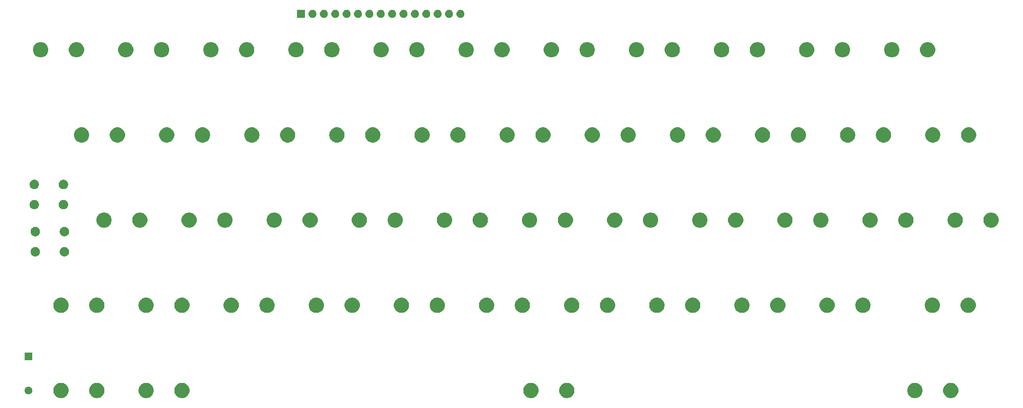
<source format=gbr>
G04 #@! TF.GenerationSoftware,KiCad,Pcbnew,(5.1.5)-2*
G04 #@! TF.CreationDate,2020-04-02T11:08:13+02:00*
G04 #@! TF.ProjectId,TI-99_kbd,54492d39-395f-46b6-9264-2e6b69636164,rev?*
G04 #@! TF.SameCoordinates,Original*
G04 #@! TF.FileFunction,Soldermask,Top*
G04 #@! TF.FilePolarity,Negative*
%FSLAX46Y46*%
G04 Gerber Fmt 4.6, Leading zero omitted, Abs format (unit mm)*
G04 Created by KiCad (PCBNEW (5.1.5)-2) date 2020-04-02 11:08:13*
%MOMM*%
%LPD*%
G04 APERTURE LIST*
%ADD10C,0.100000*%
G04 APERTURE END LIST*
D10*
G36*
X249356162Y-146544368D02*
G01*
X249665724Y-146672593D01*
X249665725Y-146672594D01*
X249944324Y-146858747D01*
X250181253Y-147095676D01*
X250305637Y-147281830D01*
X250367407Y-147374276D01*
X250495632Y-147683838D01*
X250561000Y-148012465D01*
X250561000Y-148347535D01*
X250495632Y-148676162D01*
X250367407Y-148985724D01*
X250352324Y-149008297D01*
X250181253Y-149264324D01*
X249944324Y-149501253D01*
X249758170Y-149625637D01*
X249665724Y-149687407D01*
X249356162Y-149815632D01*
X249027535Y-149881000D01*
X248692465Y-149881000D01*
X248363838Y-149815632D01*
X248054276Y-149687407D01*
X247961830Y-149625637D01*
X247775676Y-149501253D01*
X247538747Y-149264324D01*
X247367676Y-149008297D01*
X247352593Y-148985724D01*
X247224368Y-148676162D01*
X247159000Y-148347535D01*
X247159000Y-148012465D01*
X247224368Y-147683838D01*
X247352593Y-147374276D01*
X247414363Y-147281830D01*
X247538747Y-147095676D01*
X247775676Y-146858747D01*
X248054275Y-146672594D01*
X248054276Y-146672593D01*
X248363838Y-146544368D01*
X248692465Y-146479000D01*
X249027535Y-146479000D01*
X249356162Y-146544368D01*
G37*
G36*
X241356162Y-146544368D02*
G01*
X241665724Y-146672593D01*
X241665725Y-146672594D01*
X241944324Y-146858747D01*
X242181253Y-147095676D01*
X242305637Y-147281830D01*
X242367407Y-147374276D01*
X242495632Y-147683838D01*
X242561000Y-148012465D01*
X242561000Y-148347535D01*
X242495632Y-148676162D01*
X242367407Y-148985724D01*
X242352324Y-149008297D01*
X242181253Y-149264324D01*
X241944324Y-149501253D01*
X241758170Y-149625637D01*
X241665724Y-149687407D01*
X241356162Y-149815632D01*
X241027535Y-149881000D01*
X240692465Y-149881000D01*
X240363838Y-149815632D01*
X240054276Y-149687407D01*
X239961830Y-149625637D01*
X239775676Y-149501253D01*
X239538747Y-149264324D01*
X239367676Y-149008297D01*
X239352593Y-148985724D01*
X239224368Y-148676162D01*
X239159000Y-148347535D01*
X239159000Y-148012465D01*
X239224368Y-147683838D01*
X239352593Y-147374276D01*
X239414363Y-147281830D01*
X239538747Y-147095676D01*
X239775676Y-146858747D01*
X240054275Y-146672594D01*
X240054276Y-146672593D01*
X240363838Y-146544368D01*
X240692465Y-146479000D01*
X241027535Y-146479000D01*
X241356162Y-146544368D01*
G37*
G36*
X163656162Y-146544368D02*
G01*
X163965724Y-146672593D01*
X163965725Y-146672594D01*
X164244324Y-146858747D01*
X164481253Y-147095676D01*
X164605637Y-147281830D01*
X164667407Y-147374276D01*
X164795632Y-147683838D01*
X164861000Y-148012465D01*
X164861000Y-148347535D01*
X164795632Y-148676162D01*
X164667407Y-148985724D01*
X164652324Y-149008297D01*
X164481253Y-149264324D01*
X164244324Y-149501253D01*
X164058170Y-149625637D01*
X163965724Y-149687407D01*
X163656162Y-149815632D01*
X163327535Y-149881000D01*
X162992465Y-149881000D01*
X162663838Y-149815632D01*
X162354276Y-149687407D01*
X162261830Y-149625637D01*
X162075676Y-149501253D01*
X161838747Y-149264324D01*
X161667676Y-149008297D01*
X161652593Y-148985724D01*
X161524368Y-148676162D01*
X161459000Y-148347535D01*
X161459000Y-148012465D01*
X161524368Y-147683838D01*
X161652593Y-147374276D01*
X161714363Y-147281830D01*
X161838747Y-147095676D01*
X162075676Y-146858747D01*
X162354275Y-146672594D01*
X162354276Y-146672593D01*
X162663838Y-146544368D01*
X162992465Y-146479000D01*
X163327535Y-146479000D01*
X163656162Y-146544368D01*
G37*
G36*
X155656162Y-146544368D02*
G01*
X155965724Y-146672593D01*
X155965725Y-146672594D01*
X156244324Y-146858747D01*
X156481253Y-147095676D01*
X156605637Y-147281830D01*
X156667407Y-147374276D01*
X156795632Y-147683838D01*
X156861000Y-148012465D01*
X156861000Y-148347535D01*
X156795632Y-148676162D01*
X156667407Y-148985724D01*
X156652324Y-149008297D01*
X156481253Y-149264324D01*
X156244324Y-149501253D01*
X156058170Y-149625637D01*
X155965724Y-149687407D01*
X155656162Y-149815632D01*
X155327535Y-149881000D01*
X154992465Y-149881000D01*
X154663838Y-149815632D01*
X154354276Y-149687407D01*
X154261830Y-149625637D01*
X154075676Y-149501253D01*
X153838747Y-149264324D01*
X153667676Y-149008297D01*
X153652593Y-148985724D01*
X153524368Y-148676162D01*
X153459000Y-148347535D01*
X153459000Y-148012465D01*
X153524368Y-147683838D01*
X153652593Y-147374276D01*
X153714363Y-147281830D01*
X153838747Y-147095676D01*
X154075676Y-146858747D01*
X154354275Y-146672594D01*
X154354276Y-146672593D01*
X154663838Y-146544368D01*
X154992465Y-146479000D01*
X155327535Y-146479000D01*
X155656162Y-146544368D01*
G37*
G36*
X69756162Y-146544368D02*
G01*
X70065724Y-146672593D01*
X70065725Y-146672594D01*
X70344324Y-146858747D01*
X70581253Y-147095676D01*
X70705637Y-147281830D01*
X70767407Y-147374276D01*
X70895632Y-147683838D01*
X70961000Y-148012465D01*
X70961000Y-148347535D01*
X70895632Y-148676162D01*
X70767407Y-148985724D01*
X70752324Y-149008297D01*
X70581253Y-149264324D01*
X70344324Y-149501253D01*
X70158170Y-149625637D01*
X70065724Y-149687407D01*
X69756162Y-149815632D01*
X69427535Y-149881000D01*
X69092465Y-149881000D01*
X68763838Y-149815632D01*
X68454276Y-149687407D01*
X68361830Y-149625637D01*
X68175676Y-149501253D01*
X67938747Y-149264324D01*
X67767676Y-149008297D01*
X67752593Y-148985724D01*
X67624368Y-148676162D01*
X67559000Y-148347535D01*
X67559000Y-148012465D01*
X67624368Y-147683838D01*
X67752593Y-147374276D01*
X67814363Y-147281830D01*
X67938747Y-147095676D01*
X68175676Y-146858747D01*
X68454275Y-146672594D01*
X68454276Y-146672593D01*
X68763838Y-146544368D01*
X69092465Y-146479000D01*
X69427535Y-146479000D01*
X69756162Y-146544368D01*
G37*
G36*
X50756162Y-146544368D02*
G01*
X51065724Y-146672593D01*
X51065725Y-146672594D01*
X51344324Y-146858747D01*
X51581253Y-147095676D01*
X51705637Y-147281830D01*
X51767407Y-147374276D01*
X51895632Y-147683838D01*
X51961000Y-148012465D01*
X51961000Y-148347535D01*
X51895632Y-148676162D01*
X51767407Y-148985724D01*
X51752324Y-149008297D01*
X51581253Y-149264324D01*
X51344324Y-149501253D01*
X51158170Y-149625637D01*
X51065724Y-149687407D01*
X50756162Y-149815632D01*
X50427535Y-149881000D01*
X50092465Y-149881000D01*
X49763838Y-149815632D01*
X49454276Y-149687407D01*
X49361830Y-149625637D01*
X49175676Y-149501253D01*
X48938747Y-149264324D01*
X48767676Y-149008297D01*
X48752593Y-148985724D01*
X48624368Y-148676162D01*
X48559000Y-148347535D01*
X48559000Y-148012465D01*
X48624368Y-147683838D01*
X48752593Y-147374276D01*
X48814363Y-147281830D01*
X48938747Y-147095676D01*
X49175676Y-146858747D01*
X49454275Y-146672594D01*
X49454276Y-146672593D01*
X49763838Y-146544368D01*
X50092465Y-146479000D01*
X50427535Y-146479000D01*
X50756162Y-146544368D01*
G37*
G36*
X77756162Y-146544368D02*
G01*
X78065724Y-146672593D01*
X78065725Y-146672594D01*
X78344324Y-146858747D01*
X78581253Y-147095676D01*
X78705637Y-147281830D01*
X78767407Y-147374276D01*
X78895632Y-147683838D01*
X78961000Y-148012465D01*
X78961000Y-148347535D01*
X78895632Y-148676162D01*
X78767407Y-148985724D01*
X78752324Y-149008297D01*
X78581253Y-149264324D01*
X78344324Y-149501253D01*
X78158170Y-149625637D01*
X78065724Y-149687407D01*
X77756162Y-149815632D01*
X77427535Y-149881000D01*
X77092465Y-149881000D01*
X76763838Y-149815632D01*
X76454276Y-149687407D01*
X76361830Y-149625637D01*
X76175676Y-149501253D01*
X75938747Y-149264324D01*
X75767676Y-149008297D01*
X75752593Y-148985724D01*
X75624368Y-148676162D01*
X75559000Y-148347535D01*
X75559000Y-148012465D01*
X75624368Y-147683838D01*
X75752593Y-147374276D01*
X75814363Y-147281830D01*
X75938747Y-147095676D01*
X76175676Y-146858747D01*
X76454275Y-146672594D01*
X76454276Y-146672593D01*
X76763838Y-146544368D01*
X77092465Y-146479000D01*
X77427535Y-146479000D01*
X77756162Y-146544368D01*
G37*
G36*
X58756162Y-146544368D02*
G01*
X59065724Y-146672593D01*
X59065725Y-146672594D01*
X59344324Y-146858747D01*
X59581253Y-147095676D01*
X59705637Y-147281830D01*
X59767407Y-147374276D01*
X59895632Y-147683838D01*
X59961000Y-148012465D01*
X59961000Y-148347535D01*
X59895632Y-148676162D01*
X59767407Y-148985724D01*
X59752324Y-149008297D01*
X59581253Y-149264324D01*
X59344324Y-149501253D01*
X59158170Y-149625637D01*
X59065724Y-149687407D01*
X58756162Y-149815632D01*
X58427535Y-149881000D01*
X58092465Y-149881000D01*
X57763838Y-149815632D01*
X57454276Y-149687407D01*
X57361830Y-149625637D01*
X57175676Y-149501253D01*
X56938747Y-149264324D01*
X56767676Y-149008297D01*
X56752593Y-148985724D01*
X56624368Y-148676162D01*
X56559000Y-148347535D01*
X56559000Y-148012465D01*
X56624368Y-147683838D01*
X56752593Y-147374276D01*
X56814363Y-147281830D01*
X56938747Y-147095676D01*
X57175676Y-146858747D01*
X57454275Y-146672594D01*
X57454276Y-146672593D01*
X57763838Y-146544368D01*
X58092465Y-146479000D01*
X58427535Y-146479000D01*
X58756162Y-146544368D01*
G37*
G36*
X43238228Y-147371703D02*
G01*
X43393100Y-147435853D01*
X43532481Y-147528985D01*
X43651015Y-147647519D01*
X43744147Y-147786900D01*
X43808297Y-147941772D01*
X43841000Y-148106184D01*
X43841000Y-148273816D01*
X43808297Y-148438228D01*
X43744147Y-148593100D01*
X43651015Y-148732481D01*
X43532481Y-148851015D01*
X43393100Y-148944147D01*
X43238228Y-149008297D01*
X43073816Y-149041000D01*
X42906184Y-149041000D01*
X42741772Y-149008297D01*
X42586900Y-148944147D01*
X42447519Y-148851015D01*
X42328985Y-148732481D01*
X42235853Y-148593100D01*
X42171703Y-148438228D01*
X42139000Y-148273816D01*
X42139000Y-148106184D01*
X42171703Y-147941772D01*
X42235853Y-147786900D01*
X42328985Y-147647519D01*
X42447519Y-147528985D01*
X42586900Y-147435853D01*
X42741772Y-147371703D01*
X42906184Y-147339000D01*
X43073816Y-147339000D01*
X43238228Y-147371703D01*
G37*
G36*
X43841000Y-141421000D02*
G01*
X42139000Y-141421000D01*
X42139000Y-139719000D01*
X43841000Y-139719000D01*
X43841000Y-141421000D01*
G37*
G36*
X153756162Y-127544368D02*
G01*
X154065724Y-127672593D01*
X154065725Y-127672594D01*
X154344324Y-127858747D01*
X154581253Y-128095676D01*
X154705637Y-128281830D01*
X154767407Y-128374276D01*
X154895632Y-128683838D01*
X154961000Y-129012465D01*
X154961000Y-129347535D01*
X154895632Y-129676162D01*
X154767407Y-129985724D01*
X154767406Y-129985725D01*
X154581253Y-130264324D01*
X154344324Y-130501253D01*
X154158170Y-130625637D01*
X154065724Y-130687407D01*
X153756162Y-130815632D01*
X153427535Y-130881000D01*
X153092465Y-130881000D01*
X152763838Y-130815632D01*
X152454276Y-130687407D01*
X152361830Y-130625637D01*
X152175676Y-130501253D01*
X151938747Y-130264324D01*
X151752594Y-129985725D01*
X151752593Y-129985724D01*
X151624368Y-129676162D01*
X151559000Y-129347535D01*
X151559000Y-129012465D01*
X151624368Y-128683838D01*
X151752593Y-128374276D01*
X151814363Y-128281830D01*
X151938747Y-128095676D01*
X152175676Y-127858747D01*
X152454275Y-127672594D01*
X152454276Y-127672593D01*
X152763838Y-127544368D01*
X153092465Y-127479000D01*
X153427535Y-127479000D01*
X153756162Y-127544368D01*
G37*
G36*
X245256162Y-127544368D02*
G01*
X245565724Y-127672593D01*
X245565725Y-127672594D01*
X245844324Y-127858747D01*
X246081253Y-128095676D01*
X246205637Y-128281830D01*
X246267407Y-128374276D01*
X246395632Y-128683838D01*
X246461000Y-129012465D01*
X246461000Y-129347535D01*
X246395632Y-129676162D01*
X246267407Y-129985724D01*
X246267406Y-129985725D01*
X246081253Y-130264324D01*
X245844324Y-130501253D01*
X245658170Y-130625637D01*
X245565724Y-130687407D01*
X245256162Y-130815632D01*
X244927535Y-130881000D01*
X244592465Y-130881000D01*
X244263838Y-130815632D01*
X243954276Y-130687407D01*
X243861830Y-130625637D01*
X243675676Y-130501253D01*
X243438747Y-130264324D01*
X243252594Y-129985725D01*
X243252593Y-129985724D01*
X243124368Y-129676162D01*
X243059000Y-129347535D01*
X243059000Y-129012465D01*
X243124368Y-128683838D01*
X243252593Y-128374276D01*
X243314363Y-128281830D01*
X243438747Y-128095676D01*
X243675676Y-127858747D01*
X243954275Y-127672594D01*
X243954276Y-127672593D01*
X244263838Y-127544368D01*
X244592465Y-127479000D01*
X244927535Y-127479000D01*
X245256162Y-127544368D01*
G37*
G36*
X253256162Y-127544368D02*
G01*
X253565724Y-127672593D01*
X253565725Y-127672594D01*
X253844324Y-127858747D01*
X254081253Y-128095676D01*
X254205637Y-128281830D01*
X254267407Y-128374276D01*
X254395632Y-128683838D01*
X254461000Y-129012465D01*
X254461000Y-129347535D01*
X254395632Y-129676162D01*
X254267407Y-129985724D01*
X254267406Y-129985725D01*
X254081253Y-130264324D01*
X253844324Y-130501253D01*
X253658170Y-130625637D01*
X253565724Y-130687407D01*
X253256162Y-130815632D01*
X252927535Y-130881000D01*
X252592465Y-130881000D01*
X252263838Y-130815632D01*
X251954276Y-130687407D01*
X251861830Y-130625637D01*
X251675676Y-130501253D01*
X251438747Y-130264324D01*
X251252594Y-129985725D01*
X251252593Y-129985724D01*
X251124368Y-129676162D01*
X251059000Y-129347535D01*
X251059000Y-129012465D01*
X251124368Y-128683838D01*
X251252593Y-128374276D01*
X251314363Y-128281830D01*
X251438747Y-128095676D01*
X251675676Y-127858747D01*
X251954275Y-127672594D01*
X251954276Y-127672593D01*
X252263838Y-127544368D01*
X252592465Y-127479000D01*
X252927535Y-127479000D01*
X253256162Y-127544368D01*
G37*
G36*
X221756162Y-127544368D02*
G01*
X222065724Y-127672593D01*
X222065725Y-127672594D01*
X222344324Y-127858747D01*
X222581253Y-128095676D01*
X222705637Y-128281830D01*
X222767407Y-128374276D01*
X222895632Y-128683838D01*
X222961000Y-129012465D01*
X222961000Y-129347535D01*
X222895632Y-129676162D01*
X222767407Y-129985724D01*
X222767406Y-129985725D01*
X222581253Y-130264324D01*
X222344324Y-130501253D01*
X222158170Y-130625637D01*
X222065724Y-130687407D01*
X221756162Y-130815632D01*
X221427535Y-130881000D01*
X221092465Y-130881000D01*
X220763838Y-130815632D01*
X220454276Y-130687407D01*
X220361830Y-130625637D01*
X220175676Y-130501253D01*
X219938747Y-130264324D01*
X219752594Y-129985725D01*
X219752593Y-129985724D01*
X219624368Y-129676162D01*
X219559000Y-129347535D01*
X219559000Y-129012465D01*
X219624368Y-128683838D01*
X219752593Y-128374276D01*
X219814363Y-128281830D01*
X219938747Y-128095676D01*
X220175676Y-127858747D01*
X220454275Y-127672594D01*
X220454276Y-127672593D01*
X220763838Y-127544368D01*
X221092465Y-127479000D01*
X221427535Y-127479000D01*
X221756162Y-127544368D01*
G37*
G36*
X229756162Y-127544368D02*
G01*
X230065724Y-127672593D01*
X230065725Y-127672594D01*
X230344324Y-127858747D01*
X230581253Y-128095676D01*
X230705637Y-128281830D01*
X230767407Y-128374276D01*
X230895632Y-128683838D01*
X230961000Y-129012465D01*
X230961000Y-129347535D01*
X230895632Y-129676162D01*
X230767407Y-129985724D01*
X230767406Y-129985725D01*
X230581253Y-130264324D01*
X230344324Y-130501253D01*
X230158170Y-130625637D01*
X230065724Y-130687407D01*
X229756162Y-130815632D01*
X229427535Y-130881000D01*
X229092465Y-130881000D01*
X228763838Y-130815632D01*
X228454276Y-130687407D01*
X228361830Y-130625637D01*
X228175676Y-130501253D01*
X227938747Y-130264324D01*
X227752594Y-129985725D01*
X227752593Y-129985724D01*
X227624368Y-129676162D01*
X227559000Y-129347535D01*
X227559000Y-129012465D01*
X227624368Y-128683838D01*
X227752593Y-128374276D01*
X227814363Y-128281830D01*
X227938747Y-128095676D01*
X228175676Y-127858747D01*
X228454275Y-127672594D01*
X228454276Y-127672593D01*
X228763838Y-127544368D01*
X229092465Y-127479000D01*
X229427535Y-127479000D01*
X229756162Y-127544368D01*
G37*
G36*
X202756162Y-127544368D02*
G01*
X203065724Y-127672593D01*
X203065725Y-127672594D01*
X203344324Y-127858747D01*
X203581253Y-128095676D01*
X203705637Y-128281830D01*
X203767407Y-128374276D01*
X203895632Y-128683838D01*
X203961000Y-129012465D01*
X203961000Y-129347535D01*
X203895632Y-129676162D01*
X203767407Y-129985724D01*
X203767406Y-129985725D01*
X203581253Y-130264324D01*
X203344324Y-130501253D01*
X203158170Y-130625637D01*
X203065724Y-130687407D01*
X202756162Y-130815632D01*
X202427535Y-130881000D01*
X202092465Y-130881000D01*
X201763838Y-130815632D01*
X201454276Y-130687407D01*
X201361830Y-130625637D01*
X201175676Y-130501253D01*
X200938747Y-130264324D01*
X200752594Y-129985725D01*
X200752593Y-129985724D01*
X200624368Y-129676162D01*
X200559000Y-129347535D01*
X200559000Y-129012465D01*
X200624368Y-128683838D01*
X200752593Y-128374276D01*
X200814363Y-128281830D01*
X200938747Y-128095676D01*
X201175676Y-127858747D01*
X201454275Y-127672594D01*
X201454276Y-127672593D01*
X201763838Y-127544368D01*
X202092465Y-127479000D01*
X202427535Y-127479000D01*
X202756162Y-127544368D01*
G37*
G36*
X210756162Y-127544368D02*
G01*
X211065724Y-127672593D01*
X211065725Y-127672594D01*
X211344324Y-127858747D01*
X211581253Y-128095676D01*
X211705637Y-128281830D01*
X211767407Y-128374276D01*
X211895632Y-128683838D01*
X211961000Y-129012465D01*
X211961000Y-129347535D01*
X211895632Y-129676162D01*
X211767407Y-129985724D01*
X211767406Y-129985725D01*
X211581253Y-130264324D01*
X211344324Y-130501253D01*
X211158170Y-130625637D01*
X211065724Y-130687407D01*
X210756162Y-130815632D01*
X210427535Y-130881000D01*
X210092465Y-130881000D01*
X209763838Y-130815632D01*
X209454276Y-130687407D01*
X209361830Y-130625637D01*
X209175676Y-130501253D01*
X208938747Y-130264324D01*
X208752594Y-129985725D01*
X208752593Y-129985724D01*
X208624368Y-129676162D01*
X208559000Y-129347535D01*
X208559000Y-129012465D01*
X208624368Y-128683838D01*
X208752593Y-128374276D01*
X208814363Y-128281830D01*
X208938747Y-128095676D01*
X209175676Y-127858747D01*
X209454275Y-127672594D01*
X209454276Y-127672593D01*
X209763838Y-127544368D01*
X210092465Y-127479000D01*
X210427535Y-127479000D01*
X210756162Y-127544368D01*
G37*
G36*
X183766162Y-127544368D02*
G01*
X184075724Y-127672593D01*
X184075725Y-127672594D01*
X184354324Y-127858747D01*
X184591253Y-128095676D01*
X184715637Y-128281830D01*
X184777407Y-128374276D01*
X184905632Y-128683838D01*
X184971000Y-129012465D01*
X184971000Y-129347535D01*
X184905632Y-129676162D01*
X184777407Y-129985724D01*
X184777406Y-129985725D01*
X184591253Y-130264324D01*
X184354324Y-130501253D01*
X184168170Y-130625637D01*
X184075724Y-130687407D01*
X183766162Y-130815632D01*
X183437535Y-130881000D01*
X183102465Y-130881000D01*
X182773838Y-130815632D01*
X182464276Y-130687407D01*
X182371830Y-130625637D01*
X182185676Y-130501253D01*
X181948747Y-130264324D01*
X181762594Y-129985725D01*
X181762593Y-129985724D01*
X181634368Y-129676162D01*
X181569000Y-129347535D01*
X181569000Y-129012465D01*
X181634368Y-128683838D01*
X181762593Y-128374276D01*
X181824363Y-128281830D01*
X181948747Y-128095676D01*
X182185676Y-127858747D01*
X182464275Y-127672594D01*
X182464276Y-127672593D01*
X182773838Y-127544368D01*
X183102465Y-127479000D01*
X183437535Y-127479000D01*
X183766162Y-127544368D01*
G37*
G36*
X191766162Y-127544368D02*
G01*
X192075724Y-127672593D01*
X192075725Y-127672594D01*
X192354324Y-127858747D01*
X192591253Y-128095676D01*
X192715637Y-128281830D01*
X192777407Y-128374276D01*
X192905632Y-128683838D01*
X192971000Y-129012465D01*
X192971000Y-129347535D01*
X192905632Y-129676162D01*
X192777407Y-129985724D01*
X192777406Y-129985725D01*
X192591253Y-130264324D01*
X192354324Y-130501253D01*
X192168170Y-130625637D01*
X192075724Y-130687407D01*
X191766162Y-130815632D01*
X191437535Y-130881000D01*
X191102465Y-130881000D01*
X190773838Y-130815632D01*
X190464276Y-130687407D01*
X190371830Y-130625637D01*
X190185676Y-130501253D01*
X189948747Y-130264324D01*
X189762594Y-129985725D01*
X189762593Y-129985724D01*
X189634368Y-129676162D01*
X189569000Y-129347535D01*
X189569000Y-129012465D01*
X189634368Y-128683838D01*
X189762593Y-128374276D01*
X189824363Y-128281830D01*
X189948747Y-128095676D01*
X190185676Y-127858747D01*
X190464275Y-127672594D01*
X190464276Y-127672593D01*
X190773838Y-127544368D01*
X191102465Y-127479000D01*
X191437535Y-127479000D01*
X191766162Y-127544368D01*
G37*
G36*
X164756162Y-127544368D02*
G01*
X165065724Y-127672593D01*
X165065725Y-127672594D01*
X165344324Y-127858747D01*
X165581253Y-128095676D01*
X165705637Y-128281830D01*
X165767407Y-128374276D01*
X165895632Y-128683838D01*
X165961000Y-129012465D01*
X165961000Y-129347535D01*
X165895632Y-129676162D01*
X165767407Y-129985724D01*
X165767406Y-129985725D01*
X165581253Y-130264324D01*
X165344324Y-130501253D01*
X165158170Y-130625637D01*
X165065724Y-130687407D01*
X164756162Y-130815632D01*
X164427535Y-130881000D01*
X164092465Y-130881000D01*
X163763838Y-130815632D01*
X163454276Y-130687407D01*
X163361830Y-130625637D01*
X163175676Y-130501253D01*
X162938747Y-130264324D01*
X162752594Y-129985725D01*
X162752593Y-129985724D01*
X162624368Y-129676162D01*
X162559000Y-129347535D01*
X162559000Y-129012465D01*
X162624368Y-128683838D01*
X162752593Y-128374276D01*
X162814363Y-128281830D01*
X162938747Y-128095676D01*
X163175676Y-127858747D01*
X163454275Y-127672594D01*
X163454276Y-127672593D01*
X163763838Y-127544368D01*
X164092465Y-127479000D01*
X164427535Y-127479000D01*
X164756162Y-127544368D01*
G37*
G36*
X172756162Y-127544368D02*
G01*
X173065724Y-127672593D01*
X173065725Y-127672594D01*
X173344324Y-127858747D01*
X173581253Y-128095676D01*
X173705637Y-128281830D01*
X173767407Y-128374276D01*
X173895632Y-128683838D01*
X173961000Y-129012465D01*
X173961000Y-129347535D01*
X173895632Y-129676162D01*
X173767407Y-129985724D01*
X173767406Y-129985725D01*
X173581253Y-130264324D01*
X173344324Y-130501253D01*
X173158170Y-130625637D01*
X173065724Y-130687407D01*
X172756162Y-130815632D01*
X172427535Y-130881000D01*
X172092465Y-130881000D01*
X171763838Y-130815632D01*
X171454276Y-130687407D01*
X171361830Y-130625637D01*
X171175676Y-130501253D01*
X170938747Y-130264324D01*
X170752594Y-129985725D01*
X170752593Y-129985724D01*
X170624368Y-129676162D01*
X170559000Y-129347535D01*
X170559000Y-129012465D01*
X170624368Y-128683838D01*
X170752593Y-128374276D01*
X170814363Y-128281830D01*
X170938747Y-128095676D01*
X171175676Y-127858747D01*
X171454275Y-127672594D01*
X171454276Y-127672593D01*
X171763838Y-127544368D01*
X172092465Y-127479000D01*
X172427535Y-127479000D01*
X172756162Y-127544368D01*
G37*
G36*
X145756162Y-127544368D02*
G01*
X146065724Y-127672593D01*
X146065725Y-127672594D01*
X146344324Y-127858747D01*
X146581253Y-128095676D01*
X146705637Y-128281830D01*
X146767407Y-128374276D01*
X146895632Y-128683838D01*
X146961000Y-129012465D01*
X146961000Y-129347535D01*
X146895632Y-129676162D01*
X146767407Y-129985724D01*
X146767406Y-129985725D01*
X146581253Y-130264324D01*
X146344324Y-130501253D01*
X146158170Y-130625637D01*
X146065724Y-130687407D01*
X145756162Y-130815632D01*
X145427535Y-130881000D01*
X145092465Y-130881000D01*
X144763838Y-130815632D01*
X144454276Y-130687407D01*
X144361830Y-130625637D01*
X144175676Y-130501253D01*
X143938747Y-130264324D01*
X143752594Y-129985725D01*
X143752593Y-129985724D01*
X143624368Y-129676162D01*
X143559000Y-129347535D01*
X143559000Y-129012465D01*
X143624368Y-128683838D01*
X143752593Y-128374276D01*
X143814363Y-128281830D01*
X143938747Y-128095676D01*
X144175676Y-127858747D01*
X144454275Y-127672594D01*
X144454276Y-127672593D01*
X144763838Y-127544368D01*
X145092465Y-127479000D01*
X145427535Y-127479000D01*
X145756162Y-127544368D01*
G37*
G36*
X126756162Y-127544368D02*
G01*
X127065724Y-127672593D01*
X127065725Y-127672594D01*
X127344324Y-127858747D01*
X127581253Y-128095676D01*
X127705637Y-128281830D01*
X127767407Y-128374276D01*
X127895632Y-128683838D01*
X127961000Y-129012465D01*
X127961000Y-129347535D01*
X127895632Y-129676162D01*
X127767407Y-129985724D01*
X127767406Y-129985725D01*
X127581253Y-130264324D01*
X127344324Y-130501253D01*
X127158170Y-130625637D01*
X127065724Y-130687407D01*
X126756162Y-130815632D01*
X126427535Y-130881000D01*
X126092465Y-130881000D01*
X125763838Y-130815632D01*
X125454276Y-130687407D01*
X125361830Y-130625637D01*
X125175676Y-130501253D01*
X124938747Y-130264324D01*
X124752594Y-129985725D01*
X124752593Y-129985724D01*
X124624368Y-129676162D01*
X124559000Y-129347535D01*
X124559000Y-129012465D01*
X124624368Y-128683838D01*
X124752593Y-128374276D01*
X124814363Y-128281830D01*
X124938747Y-128095676D01*
X125175676Y-127858747D01*
X125454275Y-127672594D01*
X125454276Y-127672593D01*
X125763838Y-127544368D01*
X126092465Y-127479000D01*
X126427535Y-127479000D01*
X126756162Y-127544368D01*
G37*
G36*
X134756162Y-127544368D02*
G01*
X135065724Y-127672593D01*
X135065725Y-127672594D01*
X135344324Y-127858747D01*
X135581253Y-128095676D01*
X135705637Y-128281830D01*
X135767407Y-128374276D01*
X135895632Y-128683838D01*
X135961000Y-129012465D01*
X135961000Y-129347535D01*
X135895632Y-129676162D01*
X135767407Y-129985724D01*
X135767406Y-129985725D01*
X135581253Y-130264324D01*
X135344324Y-130501253D01*
X135158170Y-130625637D01*
X135065724Y-130687407D01*
X134756162Y-130815632D01*
X134427535Y-130881000D01*
X134092465Y-130881000D01*
X133763838Y-130815632D01*
X133454276Y-130687407D01*
X133361830Y-130625637D01*
X133175676Y-130501253D01*
X132938747Y-130264324D01*
X132752594Y-129985725D01*
X132752593Y-129985724D01*
X132624368Y-129676162D01*
X132559000Y-129347535D01*
X132559000Y-129012465D01*
X132624368Y-128683838D01*
X132752593Y-128374276D01*
X132814363Y-128281830D01*
X132938747Y-128095676D01*
X133175676Y-127858747D01*
X133454275Y-127672594D01*
X133454276Y-127672593D01*
X133763838Y-127544368D01*
X134092465Y-127479000D01*
X134427535Y-127479000D01*
X134756162Y-127544368D01*
G37*
G36*
X107756162Y-127544368D02*
G01*
X108065724Y-127672593D01*
X108065725Y-127672594D01*
X108344324Y-127858747D01*
X108581253Y-128095676D01*
X108705637Y-128281830D01*
X108767407Y-128374276D01*
X108895632Y-128683838D01*
X108961000Y-129012465D01*
X108961000Y-129347535D01*
X108895632Y-129676162D01*
X108767407Y-129985724D01*
X108767406Y-129985725D01*
X108581253Y-130264324D01*
X108344324Y-130501253D01*
X108158170Y-130625637D01*
X108065724Y-130687407D01*
X107756162Y-130815632D01*
X107427535Y-130881000D01*
X107092465Y-130881000D01*
X106763838Y-130815632D01*
X106454276Y-130687407D01*
X106361830Y-130625637D01*
X106175676Y-130501253D01*
X105938747Y-130264324D01*
X105752594Y-129985725D01*
X105752593Y-129985724D01*
X105624368Y-129676162D01*
X105559000Y-129347535D01*
X105559000Y-129012465D01*
X105624368Y-128683838D01*
X105752593Y-128374276D01*
X105814363Y-128281830D01*
X105938747Y-128095676D01*
X106175676Y-127858747D01*
X106454275Y-127672594D01*
X106454276Y-127672593D01*
X106763838Y-127544368D01*
X107092465Y-127479000D01*
X107427535Y-127479000D01*
X107756162Y-127544368D01*
G37*
G36*
X115756162Y-127544368D02*
G01*
X116065724Y-127672593D01*
X116065725Y-127672594D01*
X116344324Y-127858747D01*
X116581253Y-128095676D01*
X116705637Y-128281830D01*
X116767407Y-128374276D01*
X116895632Y-128683838D01*
X116961000Y-129012465D01*
X116961000Y-129347535D01*
X116895632Y-129676162D01*
X116767407Y-129985724D01*
X116767406Y-129985725D01*
X116581253Y-130264324D01*
X116344324Y-130501253D01*
X116158170Y-130625637D01*
X116065724Y-130687407D01*
X115756162Y-130815632D01*
X115427535Y-130881000D01*
X115092465Y-130881000D01*
X114763838Y-130815632D01*
X114454276Y-130687407D01*
X114361830Y-130625637D01*
X114175676Y-130501253D01*
X113938747Y-130264324D01*
X113752594Y-129985725D01*
X113752593Y-129985724D01*
X113624368Y-129676162D01*
X113559000Y-129347535D01*
X113559000Y-129012465D01*
X113624368Y-128683838D01*
X113752593Y-128374276D01*
X113814363Y-128281830D01*
X113938747Y-128095676D01*
X114175676Y-127858747D01*
X114454275Y-127672594D01*
X114454276Y-127672593D01*
X114763838Y-127544368D01*
X115092465Y-127479000D01*
X115427535Y-127479000D01*
X115756162Y-127544368D01*
G37*
G36*
X88756162Y-127544368D02*
G01*
X89065724Y-127672593D01*
X89065725Y-127672594D01*
X89344324Y-127858747D01*
X89581253Y-128095676D01*
X89705637Y-128281830D01*
X89767407Y-128374276D01*
X89895632Y-128683838D01*
X89961000Y-129012465D01*
X89961000Y-129347535D01*
X89895632Y-129676162D01*
X89767407Y-129985724D01*
X89767406Y-129985725D01*
X89581253Y-130264324D01*
X89344324Y-130501253D01*
X89158170Y-130625637D01*
X89065724Y-130687407D01*
X88756162Y-130815632D01*
X88427535Y-130881000D01*
X88092465Y-130881000D01*
X87763838Y-130815632D01*
X87454276Y-130687407D01*
X87361830Y-130625637D01*
X87175676Y-130501253D01*
X86938747Y-130264324D01*
X86752594Y-129985725D01*
X86752593Y-129985724D01*
X86624368Y-129676162D01*
X86559000Y-129347535D01*
X86559000Y-129012465D01*
X86624368Y-128683838D01*
X86752593Y-128374276D01*
X86814363Y-128281830D01*
X86938747Y-128095676D01*
X87175676Y-127858747D01*
X87454275Y-127672594D01*
X87454276Y-127672593D01*
X87763838Y-127544368D01*
X88092465Y-127479000D01*
X88427535Y-127479000D01*
X88756162Y-127544368D01*
G37*
G36*
X96756162Y-127544368D02*
G01*
X97065724Y-127672593D01*
X97065725Y-127672594D01*
X97344324Y-127858747D01*
X97581253Y-128095676D01*
X97705637Y-128281830D01*
X97767407Y-128374276D01*
X97895632Y-128683838D01*
X97961000Y-129012465D01*
X97961000Y-129347535D01*
X97895632Y-129676162D01*
X97767407Y-129985724D01*
X97767406Y-129985725D01*
X97581253Y-130264324D01*
X97344324Y-130501253D01*
X97158170Y-130625637D01*
X97065724Y-130687407D01*
X96756162Y-130815632D01*
X96427535Y-130881000D01*
X96092465Y-130881000D01*
X95763838Y-130815632D01*
X95454276Y-130687407D01*
X95361830Y-130625637D01*
X95175676Y-130501253D01*
X94938747Y-130264324D01*
X94752594Y-129985725D01*
X94752593Y-129985724D01*
X94624368Y-129676162D01*
X94559000Y-129347535D01*
X94559000Y-129012465D01*
X94624368Y-128683838D01*
X94752593Y-128374276D01*
X94814363Y-128281830D01*
X94938747Y-128095676D01*
X95175676Y-127858747D01*
X95454275Y-127672594D01*
X95454276Y-127672593D01*
X95763838Y-127544368D01*
X96092465Y-127479000D01*
X96427535Y-127479000D01*
X96756162Y-127544368D01*
G37*
G36*
X58756162Y-127544368D02*
G01*
X59065724Y-127672593D01*
X59065725Y-127672594D01*
X59344324Y-127858747D01*
X59581253Y-128095676D01*
X59705637Y-128281830D01*
X59767407Y-128374276D01*
X59895632Y-128683838D01*
X59961000Y-129012465D01*
X59961000Y-129347535D01*
X59895632Y-129676162D01*
X59767407Y-129985724D01*
X59767406Y-129985725D01*
X59581253Y-130264324D01*
X59344324Y-130501253D01*
X59158170Y-130625637D01*
X59065724Y-130687407D01*
X58756162Y-130815632D01*
X58427535Y-130881000D01*
X58092465Y-130881000D01*
X57763838Y-130815632D01*
X57454276Y-130687407D01*
X57361830Y-130625637D01*
X57175676Y-130501253D01*
X56938747Y-130264324D01*
X56752594Y-129985725D01*
X56752593Y-129985724D01*
X56624368Y-129676162D01*
X56559000Y-129347535D01*
X56559000Y-129012465D01*
X56624368Y-128683838D01*
X56752593Y-128374276D01*
X56814363Y-128281830D01*
X56938747Y-128095676D01*
X57175676Y-127858747D01*
X57454275Y-127672594D01*
X57454276Y-127672593D01*
X57763838Y-127544368D01*
X58092465Y-127479000D01*
X58427535Y-127479000D01*
X58756162Y-127544368D01*
G37*
G36*
X50756162Y-127544368D02*
G01*
X51065724Y-127672593D01*
X51065725Y-127672594D01*
X51344324Y-127858747D01*
X51581253Y-128095676D01*
X51705637Y-128281830D01*
X51767407Y-128374276D01*
X51895632Y-128683838D01*
X51961000Y-129012465D01*
X51961000Y-129347535D01*
X51895632Y-129676162D01*
X51767407Y-129985724D01*
X51767406Y-129985725D01*
X51581253Y-130264324D01*
X51344324Y-130501253D01*
X51158170Y-130625637D01*
X51065724Y-130687407D01*
X50756162Y-130815632D01*
X50427535Y-130881000D01*
X50092465Y-130881000D01*
X49763838Y-130815632D01*
X49454276Y-130687407D01*
X49361830Y-130625637D01*
X49175676Y-130501253D01*
X48938747Y-130264324D01*
X48752594Y-129985725D01*
X48752593Y-129985724D01*
X48624368Y-129676162D01*
X48559000Y-129347535D01*
X48559000Y-129012465D01*
X48624368Y-128683838D01*
X48752593Y-128374276D01*
X48814363Y-128281830D01*
X48938747Y-128095676D01*
X49175676Y-127858747D01*
X49454275Y-127672594D01*
X49454276Y-127672593D01*
X49763838Y-127544368D01*
X50092465Y-127479000D01*
X50427535Y-127479000D01*
X50756162Y-127544368D01*
G37*
G36*
X77756162Y-127544368D02*
G01*
X78065724Y-127672593D01*
X78065725Y-127672594D01*
X78344324Y-127858747D01*
X78581253Y-128095676D01*
X78705637Y-128281830D01*
X78767407Y-128374276D01*
X78895632Y-128683838D01*
X78961000Y-129012465D01*
X78961000Y-129347535D01*
X78895632Y-129676162D01*
X78767407Y-129985724D01*
X78767406Y-129985725D01*
X78581253Y-130264324D01*
X78344324Y-130501253D01*
X78158170Y-130625637D01*
X78065724Y-130687407D01*
X77756162Y-130815632D01*
X77427535Y-130881000D01*
X77092465Y-130881000D01*
X76763838Y-130815632D01*
X76454276Y-130687407D01*
X76361830Y-130625637D01*
X76175676Y-130501253D01*
X75938747Y-130264324D01*
X75752594Y-129985725D01*
X75752593Y-129985724D01*
X75624368Y-129676162D01*
X75559000Y-129347535D01*
X75559000Y-129012465D01*
X75624368Y-128683838D01*
X75752593Y-128374276D01*
X75814363Y-128281830D01*
X75938747Y-128095676D01*
X76175676Y-127858747D01*
X76454275Y-127672594D01*
X76454276Y-127672593D01*
X76763838Y-127544368D01*
X77092465Y-127479000D01*
X77427535Y-127479000D01*
X77756162Y-127544368D01*
G37*
G36*
X69756162Y-127544368D02*
G01*
X70065724Y-127672593D01*
X70065725Y-127672594D01*
X70344324Y-127858747D01*
X70581253Y-128095676D01*
X70705637Y-128281830D01*
X70767407Y-128374276D01*
X70895632Y-128683838D01*
X70961000Y-129012465D01*
X70961000Y-129347535D01*
X70895632Y-129676162D01*
X70767407Y-129985724D01*
X70767406Y-129985725D01*
X70581253Y-130264324D01*
X70344324Y-130501253D01*
X70158170Y-130625637D01*
X70065724Y-130687407D01*
X69756162Y-130815632D01*
X69427535Y-130881000D01*
X69092465Y-130881000D01*
X68763838Y-130815632D01*
X68454276Y-130687407D01*
X68361830Y-130625637D01*
X68175676Y-130501253D01*
X67938747Y-130264324D01*
X67752594Y-129985725D01*
X67752593Y-129985724D01*
X67624368Y-129676162D01*
X67559000Y-129347535D01*
X67559000Y-129012465D01*
X67624368Y-128683838D01*
X67752593Y-128374276D01*
X67814363Y-128281830D01*
X67938747Y-128095676D01*
X68175676Y-127858747D01*
X68454275Y-127672594D01*
X68454276Y-127672593D01*
X68763838Y-127544368D01*
X69092465Y-127479000D01*
X69427535Y-127479000D01*
X69756162Y-127544368D01*
G37*
G36*
X44836564Y-116239389D02*
G01*
X45027833Y-116318615D01*
X45027835Y-116318616D01*
X45199973Y-116433635D01*
X45346365Y-116580027D01*
X45461385Y-116752167D01*
X45540611Y-116943436D01*
X45581000Y-117146484D01*
X45581000Y-117353516D01*
X45540611Y-117556564D01*
X45461385Y-117747833D01*
X45461384Y-117747835D01*
X45346365Y-117919973D01*
X45199973Y-118066365D01*
X45027835Y-118181384D01*
X45027834Y-118181385D01*
X45027833Y-118181385D01*
X44836564Y-118260611D01*
X44633516Y-118301000D01*
X44426484Y-118301000D01*
X44223436Y-118260611D01*
X44032167Y-118181385D01*
X44032166Y-118181385D01*
X44032165Y-118181384D01*
X43860027Y-118066365D01*
X43713635Y-117919973D01*
X43598616Y-117747835D01*
X43598615Y-117747833D01*
X43519389Y-117556564D01*
X43479000Y-117353516D01*
X43479000Y-117146484D01*
X43519389Y-116943436D01*
X43598615Y-116752167D01*
X43713635Y-116580027D01*
X43860027Y-116433635D01*
X44032165Y-116318616D01*
X44032167Y-116318615D01*
X44223436Y-116239389D01*
X44426484Y-116199000D01*
X44633516Y-116199000D01*
X44836564Y-116239389D01*
G37*
G36*
X51336564Y-116239389D02*
G01*
X51527833Y-116318615D01*
X51527835Y-116318616D01*
X51699973Y-116433635D01*
X51846365Y-116580027D01*
X51961385Y-116752167D01*
X52040611Y-116943436D01*
X52081000Y-117146484D01*
X52081000Y-117353516D01*
X52040611Y-117556564D01*
X51961385Y-117747833D01*
X51961384Y-117747835D01*
X51846365Y-117919973D01*
X51699973Y-118066365D01*
X51527835Y-118181384D01*
X51527834Y-118181385D01*
X51527833Y-118181385D01*
X51336564Y-118260611D01*
X51133516Y-118301000D01*
X50926484Y-118301000D01*
X50723436Y-118260611D01*
X50532167Y-118181385D01*
X50532166Y-118181385D01*
X50532165Y-118181384D01*
X50360027Y-118066365D01*
X50213635Y-117919973D01*
X50098616Y-117747835D01*
X50098615Y-117747833D01*
X50019389Y-117556564D01*
X49979000Y-117353516D01*
X49979000Y-117146484D01*
X50019389Y-116943436D01*
X50098615Y-116752167D01*
X50213635Y-116580027D01*
X50360027Y-116433635D01*
X50532165Y-116318616D01*
X50532167Y-116318615D01*
X50723436Y-116239389D01*
X50926484Y-116199000D01*
X51133516Y-116199000D01*
X51336564Y-116239389D01*
G37*
G36*
X44836564Y-111739389D02*
G01*
X45020629Y-111815631D01*
X45027835Y-111818616D01*
X45121199Y-111881000D01*
X45199973Y-111933635D01*
X45346365Y-112080027D01*
X45461385Y-112252167D01*
X45540611Y-112443436D01*
X45581000Y-112646484D01*
X45581000Y-112853516D01*
X45540611Y-113056564D01*
X45461385Y-113247833D01*
X45461384Y-113247835D01*
X45346365Y-113419973D01*
X45199973Y-113566365D01*
X45027835Y-113681384D01*
X45027834Y-113681385D01*
X45027833Y-113681385D01*
X44836564Y-113760611D01*
X44633516Y-113801000D01*
X44426484Y-113801000D01*
X44223436Y-113760611D01*
X44032167Y-113681385D01*
X44032166Y-113681385D01*
X44032165Y-113681384D01*
X43860027Y-113566365D01*
X43713635Y-113419973D01*
X43598616Y-113247835D01*
X43598615Y-113247833D01*
X43519389Y-113056564D01*
X43479000Y-112853516D01*
X43479000Y-112646484D01*
X43519389Y-112443436D01*
X43598615Y-112252167D01*
X43713635Y-112080027D01*
X43860027Y-111933635D01*
X43938801Y-111881000D01*
X44032165Y-111818616D01*
X44039371Y-111815631D01*
X44223436Y-111739389D01*
X44426484Y-111699000D01*
X44633516Y-111699000D01*
X44836564Y-111739389D01*
G37*
G36*
X51336564Y-111739389D02*
G01*
X51520629Y-111815631D01*
X51527835Y-111818616D01*
X51621199Y-111881000D01*
X51699973Y-111933635D01*
X51846365Y-112080027D01*
X51961385Y-112252167D01*
X52040611Y-112443436D01*
X52081000Y-112646484D01*
X52081000Y-112853516D01*
X52040611Y-113056564D01*
X51961385Y-113247833D01*
X51961384Y-113247835D01*
X51846365Y-113419973D01*
X51699973Y-113566365D01*
X51527835Y-113681384D01*
X51527834Y-113681385D01*
X51527833Y-113681385D01*
X51336564Y-113760611D01*
X51133516Y-113801000D01*
X50926484Y-113801000D01*
X50723436Y-113760611D01*
X50532167Y-113681385D01*
X50532166Y-113681385D01*
X50532165Y-113681384D01*
X50360027Y-113566365D01*
X50213635Y-113419973D01*
X50098616Y-113247835D01*
X50098615Y-113247833D01*
X50019389Y-113056564D01*
X49979000Y-112853516D01*
X49979000Y-112646484D01*
X50019389Y-112443436D01*
X50098615Y-112252167D01*
X50213635Y-112080027D01*
X50360027Y-111933635D01*
X50438801Y-111881000D01*
X50532165Y-111818616D01*
X50539371Y-111815631D01*
X50723436Y-111739389D01*
X50926484Y-111699000D01*
X51133516Y-111699000D01*
X51336564Y-111739389D01*
G37*
G36*
X87356162Y-108544368D02*
G01*
X87665724Y-108672593D01*
X87665725Y-108672594D01*
X87944324Y-108858747D01*
X88181253Y-109095676D01*
X88305637Y-109281830D01*
X88367407Y-109374276D01*
X88495632Y-109683838D01*
X88561000Y-110012465D01*
X88561000Y-110347535D01*
X88495632Y-110676162D01*
X88367407Y-110985724D01*
X88367406Y-110985725D01*
X88181253Y-111264324D01*
X87944324Y-111501253D01*
X87758170Y-111625637D01*
X87665724Y-111687407D01*
X87356162Y-111815632D01*
X87027535Y-111881000D01*
X86692465Y-111881000D01*
X86363838Y-111815632D01*
X86054276Y-111687407D01*
X85961830Y-111625637D01*
X85775676Y-111501253D01*
X85538747Y-111264324D01*
X85352594Y-110985725D01*
X85352593Y-110985724D01*
X85224368Y-110676162D01*
X85159000Y-110347535D01*
X85159000Y-110012465D01*
X85224368Y-109683838D01*
X85352593Y-109374276D01*
X85414363Y-109281830D01*
X85538747Y-109095676D01*
X85775676Y-108858747D01*
X86054275Y-108672594D01*
X86054276Y-108672593D01*
X86363838Y-108544368D01*
X86692465Y-108479000D01*
X87027535Y-108479000D01*
X87356162Y-108544368D01*
G37*
G36*
X250356162Y-108544368D02*
G01*
X250665724Y-108672593D01*
X250665725Y-108672594D01*
X250944324Y-108858747D01*
X251181253Y-109095676D01*
X251305637Y-109281830D01*
X251367407Y-109374276D01*
X251495632Y-109683838D01*
X251561000Y-110012465D01*
X251561000Y-110347535D01*
X251495632Y-110676162D01*
X251367407Y-110985724D01*
X251367406Y-110985725D01*
X251181253Y-111264324D01*
X250944324Y-111501253D01*
X250758170Y-111625637D01*
X250665724Y-111687407D01*
X250356162Y-111815632D01*
X250027535Y-111881000D01*
X249692465Y-111881000D01*
X249363838Y-111815632D01*
X249054276Y-111687407D01*
X248961830Y-111625637D01*
X248775676Y-111501253D01*
X248538747Y-111264324D01*
X248352594Y-110985725D01*
X248352593Y-110985724D01*
X248224368Y-110676162D01*
X248159000Y-110347535D01*
X248159000Y-110012465D01*
X248224368Y-109683838D01*
X248352593Y-109374276D01*
X248414363Y-109281830D01*
X248538747Y-109095676D01*
X248775676Y-108858747D01*
X249054275Y-108672594D01*
X249054276Y-108672593D01*
X249363838Y-108544368D01*
X249692465Y-108479000D01*
X250027535Y-108479000D01*
X250356162Y-108544368D01*
G37*
G36*
X258356162Y-108544368D02*
G01*
X258665724Y-108672593D01*
X258665725Y-108672594D01*
X258944324Y-108858747D01*
X259181253Y-109095676D01*
X259305637Y-109281830D01*
X259367407Y-109374276D01*
X259495632Y-109683838D01*
X259561000Y-110012465D01*
X259561000Y-110347535D01*
X259495632Y-110676162D01*
X259367407Y-110985724D01*
X259367406Y-110985725D01*
X259181253Y-111264324D01*
X258944324Y-111501253D01*
X258758170Y-111625637D01*
X258665724Y-111687407D01*
X258356162Y-111815632D01*
X258027535Y-111881000D01*
X257692465Y-111881000D01*
X257363838Y-111815632D01*
X257054276Y-111687407D01*
X256961830Y-111625637D01*
X256775676Y-111501253D01*
X256538747Y-111264324D01*
X256352594Y-110985725D01*
X256352593Y-110985724D01*
X256224368Y-110676162D01*
X256159000Y-110347535D01*
X256159000Y-110012465D01*
X256224368Y-109683838D01*
X256352593Y-109374276D01*
X256414363Y-109281830D01*
X256538747Y-109095676D01*
X256775676Y-108858747D01*
X257054275Y-108672594D01*
X257054276Y-108672593D01*
X257363838Y-108544368D01*
X257692465Y-108479000D01*
X258027535Y-108479000D01*
X258356162Y-108544368D01*
G37*
G36*
X201356162Y-108544368D02*
G01*
X201665724Y-108672593D01*
X201665725Y-108672594D01*
X201944324Y-108858747D01*
X202181253Y-109095676D01*
X202305637Y-109281830D01*
X202367407Y-109374276D01*
X202495632Y-109683838D01*
X202561000Y-110012465D01*
X202561000Y-110347535D01*
X202495632Y-110676162D01*
X202367407Y-110985724D01*
X202367406Y-110985725D01*
X202181253Y-111264324D01*
X201944324Y-111501253D01*
X201758170Y-111625637D01*
X201665724Y-111687407D01*
X201356162Y-111815632D01*
X201027535Y-111881000D01*
X200692465Y-111881000D01*
X200363838Y-111815632D01*
X200054276Y-111687407D01*
X199961830Y-111625637D01*
X199775676Y-111501253D01*
X199538747Y-111264324D01*
X199352594Y-110985725D01*
X199352593Y-110985724D01*
X199224368Y-110676162D01*
X199159000Y-110347535D01*
X199159000Y-110012465D01*
X199224368Y-109683838D01*
X199352593Y-109374276D01*
X199414363Y-109281830D01*
X199538747Y-109095676D01*
X199775676Y-108858747D01*
X200054275Y-108672594D01*
X200054276Y-108672593D01*
X200363838Y-108544368D01*
X200692465Y-108479000D01*
X201027535Y-108479000D01*
X201356162Y-108544368D01*
G37*
G36*
X193356162Y-108544368D02*
G01*
X193665724Y-108672593D01*
X193665725Y-108672594D01*
X193944324Y-108858747D01*
X194181253Y-109095676D01*
X194305637Y-109281830D01*
X194367407Y-109374276D01*
X194495632Y-109683838D01*
X194561000Y-110012465D01*
X194561000Y-110347535D01*
X194495632Y-110676162D01*
X194367407Y-110985724D01*
X194367406Y-110985725D01*
X194181253Y-111264324D01*
X193944324Y-111501253D01*
X193758170Y-111625637D01*
X193665724Y-111687407D01*
X193356162Y-111815632D01*
X193027535Y-111881000D01*
X192692465Y-111881000D01*
X192363838Y-111815632D01*
X192054276Y-111687407D01*
X191961830Y-111625637D01*
X191775676Y-111501253D01*
X191538747Y-111264324D01*
X191352594Y-110985725D01*
X191352593Y-110985724D01*
X191224368Y-110676162D01*
X191159000Y-110347535D01*
X191159000Y-110012465D01*
X191224368Y-109683838D01*
X191352593Y-109374276D01*
X191414363Y-109281830D01*
X191538747Y-109095676D01*
X191775676Y-108858747D01*
X192054275Y-108672594D01*
X192054276Y-108672593D01*
X192363838Y-108544368D01*
X192692465Y-108479000D01*
X193027535Y-108479000D01*
X193356162Y-108544368D01*
G37*
G36*
X174356162Y-108544368D02*
G01*
X174665724Y-108672593D01*
X174665725Y-108672594D01*
X174944324Y-108858747D01*
X175181253Y-109095676D01*
X175305637Y-109281830D01*
X175367407Y-109374276D01*
X175495632Y-109683838D01*
X175561000Y-110012465D01*
X175561000Y-110347535D01*
X175495632Y-110676162D01*
X175367407Y-110985724D01*
X175367406Y-110985725D01*
X175181253Y-111264324D01*
X174944324Y-111501253D01*
X174758170Y-111625637D01*
X174665724Y-111687407D01*
X174356162Y-111815632D01*
X174027535Y-111881000D01*
X173692465Y-111881000D01*
X173363838Y-111815632D01*
X173054276Y-111687407D01*
X172961830Y-111625637D01*
X172775676Y-111501253D01*
X172538747Y-111264324D01*
X172352594Y-110985725D01*
X172352593Y-110985724D01*
X172224368Y-110676162D01*
X172159000Y-110347535D01*
X172159000Y-110012465D01*
X172224368Y-109683838D01*
X172352593Y-109374276D01*
X172414363Y-109281830D01*
X172538747Y-109095676D01*
X172775676Y-108858747D01*
X173054275Y-108672594D01*
X173054276Y-108672593D01*
X173363838Y-108544368D01*
X173692465Y-108479000D01*
X174027535Y-108479000D01*
X174356162Y-108544368D01*
G37*
G36*
X182356162Y-108544368D02*
G01*
X182665724Y-108672593D01*
X182665725Y-108672594D01*
X182944324Y-108858747D01*
X183181253Y-109095676D01*
X183305637Y-109281830D01*
X183367407Y-109374276D01*
X183495632Y-109683838D01*
X183561000Y-110012465D01*
X183561000Y-110347535D01*
X183495632Y-110676162D01*
X183367407Y-110985724D01*
X183367406Y-110985725D01*
X183181253Y-111264324D01*
X182944324Y-111501253D01*
X182758170Y-111625637D01*
X182665724Y-111687407D01*
X182356162Y-111815632D01*
X182027535Y-111881000D01*
X181692465Y-111881000D01*
X181363838Y-111815632D01*
X181054276Y-111687407D01*
X180961830Y-111625637D01*
X180775676Y-111501253D01*
X180538747Y-111264324D01*
X180352594Y-110985725D01*
X180352593Y-110985724D01*
X180224368Y-110676162D01*
X180159000Y-110347535D01*
X180159000Y-110012465D01*
X180224368Y-109683838D01*
X180352593Y-109374276D01*
X180414363Y-109281830D01*
X180538747Y-109095676D01*
X180775676Y-108858747D01*
X181054275Y-108672594D01*
X181054276Y-108672593D01*
X181363838Y-108544368D01*
X181692465Y-108479000D01*
X182027535Y-108479000D01*
X182356162Y-108544368D01*
G37*
G36*
X155356162Y-108544368D02*
G01*
X155665724Y-108672593D01*
X155665725Y-108672594D01*
X155944324Y-108858747D01*
X156181253Y-109095676D01*
X156305637Y-109281830D01*
X156367407Y-109374276D01*
X156495632Y-109683838D01*
X156561000Y-110012465D01*
X156561000Y-110347535D01*
X156495632Y-110676162D01*
X156367407Y-110985724D01*
X156367406Y-110985725D01*
X156181253Y-111264324D01*
X155944324Y-111501253D01*
X155758170Y-111625637D01*
X155665724Y-111687407D01*
X155356162Y-111815632D01*
X155027535Y-111881000D01*
X154692465Y-111881000D01*
X154363838Y-111815632D01*
X154054276Y-111687407D01*
X153961830Y-111625637D01*
X153775676Y-111501253D01*
X153538747Y-111264324D01*
X153352594Y-110985725D01*
X153352593Y-110985724D01*
X153224368Y-110676162D01*
X153159000Y-110347535D01*
X153159000Y-110012465D01*
X153224368Y-109683838D01*
X153352593Y-109374276D01*
X153414363Y-109281830D01*
X153538747Y-109095676D01*
X153775676Y-108858747D01*
X154054275Y-108672594D01*
X154054276Y-108672593D01*
X154363838Y-108544368D01*
X154692465Y-108479000D01*
X155027535Y-108479000D01*
X155356162Y-108544368D01*
G37*
G36*
X212356162Y-108544368D02*
G01*
X212665724Y-108672593D01*
X212665725Y-108672594D01*
X212944324Y-108858747D01*
X213181253Y-109095676D01*
X213305637Y-109281830D01*
X213367407Y-109374276D01*
X213495632Y-109683838D01*
X213561000Y-110012465D01*
X213561000Y-110347535D01*
X213495632Y-110676162D01*
X213367407Y-110985724D01*
X213367406Y-110985725D01*
X213181253Y-111264324D01*
X212944324Y-111501253D01*
X212758170Y-111625637D01*
X212665724Y-111687407D01*
X212356162Y-111815632D01*
X212027535Y-111881000D01*
X211692465Y-111881000D01*
X211363838Y-111815632D01*
X211054276Y-111687407D01*
X210961830Y-111625637D01*
X210775676Y-111501253D01*
X210538747Y-111264324D01*
X210352594Y-110985725D01*
X210352593Y-110985724D01*
X210224368Y-110676162D01*
X210159000Y-110347535D01*
X210159000Y-110012465D01*
X210224368Y-109683838D01*
X210352593Y-109374276D01*
X210414363Y-109281830D01*
X210538747Y-109095676D01*
X210775676Y-108858747D01*
X211054275Y-108672594D01*
X211054276Y-108672593D01*
X211363838Y-108544368D01*
X211692465Y-108479000D01*
X212027535Y-108479000D01*
X212356162Y-108544368D01*
G37*
G36*
X220356162Y-108544368D02*
G01*
X220665724Y-108672593D01*
X220665725Y-108672594D01*
X220944324Y-108858747D01*
X221181253Y-109095676D01*
X221305637Y-109281830D01*
X221367407Y-109374276D01*
X221495632Y-109683838D01*
X221561000Y-110012465D01*
X221561000Y-110347535D01*
X221495632Y-110676162D01*
X221367407Y-110985724D01*
X221367406Y-110985725D01*
X221181253Y-111264324D01*
X220944324Y-111501253D01*
X220758170Y-111625637D01*
X220665724Y-111687407D01*
X220356162Y-111815632D01*
X220027535Y-111881000D01*
X219692465Y-111881000D01*
X219363838Y-111815632D01*
X219054276Y-111687407D01*
X218961830Y-111625637D01*
X218775676Y-111501253D01*
X218538747Y-111264324D01*
X218352594Y-110985725D01*
X218352593Y-110985724D01*
X218224368Y-110676162D01*
X218159000Y-110347535D01*
X218159000Y-110012465D01*
X218224368Y-109683838D01*
X218352593Y-109374276D01*
X218414363Y-109281830D01*
X218538747Y-109095676D01*
X218775676Y-108858747D01*
X219054275Y-108672594D01*
X219054276Y-108672593D01*
X219363838Y-108544368D01*
X219692465Y-108479000D01*
X220027535Y-108479000D01*
X220356162Y-108544368D01*
G37*
G36*
X79356162Y-108544368D02*
G01*
X79665724Y-108672593D01*
X79665725Y-108672594D01*
X79944324Y-108858747D01*
X80181253Y-109095676D01*
X80305637Y-109281830D01*
X80367407Y-109374276D01*
X80495632Y-109683838D01*
X80561000Y-110012465D01*
X80561000Y-110347535D01*
X80495632Y-110676162D01*
X80367407Y-110985724D01*
X80367406Y-110985725D01*
X80181253Y-111264324D01*
X79944324Y-111501253D01*
X79758170Y-111625637D01*
X79665724Y-111687407D01*
X79356162Y-111815632D01*
X79027535Y-111881000D01*
X78692465Y-111881000D01*
X78363838Y-111815632D01*
X78054276Y-111687407D01*
X77961830Y-111625637D01*
X77775676Y-111501253D01*
X77538747Y-111264324D01*
X77352594Y-110985725D01*
X77352593Y-110985724D01*
X77224368Y-110676162D01*
X77159000Y-110347535D01*
X77159000Y-110012465D01*
X77224368Y-109683838D01*
X77352593Y-109374276D01*
X77414363Y-109281830D01*
X77538747Y-109095676D01*
X77775676Y-108858747D01*
X78054275Y-108672594D01*
X78054276Y-108672593D01*
X78363838Y-108544368D01*
X78692465Y-108479000D01*
X79027535Y-108479000D01*
X79356162Y-108544368D01*
G37*
G36*
X231356162Y-108544368D02*
G01*
X231665724Y-108672593D01*
X231665725Y-108672594D01*
X231944324Y-108858747D01*
X232181253Y-109095676D01*
X232305637Y-109281830D01*
X232367407Y-109374276D01*
X232495632Y-109683838D01*
X232561000Y-110012465D01*
X232561000Y-110347535D01*
X232495632Y-110676162D01*
X232367407Y-110985724D01*
X232367406Y-110985725D01*
X232181253Y-111264324D01*
X231944324Y-111501253D01*
X231758170Y-111625637D01*
X231665724Y-111687407D01*
X231356162Y-111815632D01*
X231027535Y-111881000D01*
X230692465Y-111881000D01*
X230363838Y-111815632D01*
X230054276Y-111687407D01*
X229961830Y-111625637D01*
X229775676Y-111501253D01*
X229538747Y-111264324D01*
X229352594Y-110985725D01*
X229352593Y-110985724D01*
X229224368Y-110676162D01*
X229159000Y-110347535D01*
X229159000Y-110012465D01*
X229224368Y-109683838D01*
X229352593Y-109374276D01*
X229414363Y-109281830D01*
X229538747Y-109095676D01*
X229775676Y-108858747D01*
X230054275Y-108672594D01*
X230054276Y-108672593D01*
X230363838Y-108544368D01*
X230692465Y-108479000D01*
X231027535Y-108479000D01*
X231356162Y-108544368D01*
G37*
G36*
X239356162Y-108544368D02*
G01*
X239665724Y-108672593D01*
X239665725Y-108672594D01*
X239944324Y-108858747D01*
X240181253Y-109095676D01*
X240305637Y-109281830D01*
X240367407Y-109374276D01*
X240495632Y-109683838D01*
X240561000Y-110012465D01*
X240561000Y-110347535D01*
X240495632Y-110676162D01*
X240367407Y-110985724D01*
X240367406Y-110985725D01*
X240181253Y-111264324D01*
X239944324Y-111501253D01*
X239758170Y-111625637D01*
X239665724Y-111687407D01*
X239356162Y-111815632D01*
X239027535Y-111881000D01*
X238692465Y-111881000D01*
X238363838Y-111815632D01*
X238054276Y-111687407D01*
X237961830Y-111625637D01*
X237775676Y-111501253D01*
X237538747Y-111264324D01*
X237352594Y-110985725D01*
X237352593Y-110985724D01*
X237224368Y-110676162D01*
X237159000Y-110347535D01*
X237159000Y-110012465D01*
X237224368Y-109683838D01*
X237352593Y-109374276D01*
X237414363Y-109281830D01*
X237538747Y-109095676D01*
X237775676Y-108858747D01*
X238054275Y-108672594D01*
X238054276Y-108672593D01*
X238363838Y-108544368D01*
X238692465Y-108479000D01*
X239027535Y-108479000D01*
X239356162Y-108544368D01*
G37*
G36*
X163356162Y-108544368D02*
G01*
X163665724Y-108672593D01*
X163665725Y-108672594D01*
X163944324Y-108858747D01*
X164181253Y-109095676D01*
X164305637Y-109281830D01*
X164367407Y-109374276D01*
X164495632Y-109683838D01*
X164561000Y-110012465D01*
X164561000Y-110347535D01*
X164495632Y-110676162D01*
X164367407Y-110985724D01*
X164367406Y-110985725D01*
X164181253Y-111264324D01*
X163944324Y-111501253D01*
X163758170Y-111625637D01*
X163665724Y-111687407D01*
X163356162Y-111815632D01*
X163027535Y-111881000D01*
X162692465Y-111881000D01*
X162363838Y-111815632D01*
X162054276Y-111687407D01*
X161961830Y-111625637D01*
X161775676Y-111501253D01*
X161538747Y-111264324D01*
X161352594Y-110985725D01*
X161352593Y-110985724D01*
X161224368Y-110676162D01*
X161159000Y-110347535D01*
X161159000Y-110012465D01*
X161224368Y-109683838D01*
X161352593Y-109374276D01*
X161414363Y-109281830D01*
X161538747Y-109095676D01*
X161775676Y-108858747D01*
X162054275Y-108672594D01*
X162054276Y-108672593D01*
X162363838Y-108544368D01*
X162692465Y-108479000D01*
X163027535Y-108479000D01*
X163356162Y-108544368D01*
G37*
G36*
X68356162Y-108544368D02*
G01*
X68665724Y-108672593D01*
X68665725Y-108672594D01*
X68944324Y-108858747D01*
X69181253Y-109095676D01*
X69305637Y-109281830D01*
X69367407Y-109374276D01*
X69495632Y-109683838D01*
X69561000Y-110012465D01*
X69561000Y-110347535D01*
X69495632Y-110676162D01*
X69367407Y-110985724D01*
X69367406Y-110985725D01*
X69181253Y-111264324D01*
X68944324Y-111501253D01*
X68758170Y-111625637D01*
X68665724Y-111687407D01*
X68356162Y-111815632D01*
X68027535Y-111881000D01*
X67692465Y-111881000D01*
X67363838Y-111815632D01*
X67054276Y-111687407D01*
X66961830Y-111625637D01*
X66775676Y-111501253D01*
X66538747Y-111264324D01*
X66352594Y-110985725D01*
X66352593Y-110985724D01*
X66224368Y-110676162D01*
X66159000Y-110347535D01*
X66159000Y-110012465D01*
X66224368Y-109683838D01*
X66352593Y-109374276D01*
X66414363Y-109281830D01*
X66538747Y-109095676D01*
X66775676Y-108858747D01*
X67054275Y-108672594D01*
X67054276Y-108672593D01*
X67363838Y-108544368D01*
X67692465Y-108479000D01*
X68027535Y-108479000D01*
X68356162Y-108544368D01*
G37*
G36*
X98356162Y-108544368D02*
G01*
X98665724Y-108672593D01*
X98665725Y-108672594D01*
X98944324Y-108858747D01*
X99181253Y-109095676D01*
X99305637Y-109281830D01*
X99367407Y-109374276D01*
X99495632Y-109683838D01*
X99561000Y-110012465D01*
X99561000Y-110347535D01*
X99495632Y-110676162D01*
X99367407Y-110985724D01*
X99367406Y-110985725D01*
X99181253Y-111264324D01*
X98944324Y-111501253D01*
X98758170Y-111625637D01*
X98665724Y-111687407D01*
X98356162Y-111815632D01*
X98027535Y-111881000D01*
X97692465Y-111881000D01*
X97363838Y-111815632D01*
X97054276Y-111687407D01*
X96961830Y-111625637D01*
X96775676Y-111501253D01*
X96538747Y-111264324D01*
X96352594Y-110985725D01*
X96352593Y-110985724D01*
X96224368Y-110676162D01*
X96159000Y-110347535D01*
X96159000Y-110012465D01*
X96224368Y-109683838D01*
X96352593Y-109374276D01*
X96414363Y-109281830D01*
X96538747Y-109095676D01*
X96775676Y-108858747D01*
X97054275Y-108672594D01*
X97054276Y-108672593D01*
X97363838Y-108544368D01*
X97692465Y-108479000D01*
X98027535Y-108479000D01*
X98356162Y-108544368D01*
G37*
G36*
X106356162Y-108544368D02*
G01*
X106665724Y-108672593D01*
X106665725Y-108672594D01*
X106944324Y-108858747D01*
X107181253Y-109095676D01*
X107305637Y-109281830D01*
X107367407Y-109374276D01*
X107495632Y-109683838D01*
X107561000Y-110012465D01*
X107561000Y-110347535D01*
X107495632Y-110676162D01*
X107367407Y-110985724D01*
X107367406Y-110985725D01*
X107181253Y-111264324D01*
X106944324Y-111501253D01*
X106758170Y-111625637D01*
X106665724Y-111687407D01*
X106356162Y-111815632D01*
X106027535Y-111881000D01*
X105692465Y-111881000D01*
X105363838Y-111815632D01*
X105054276Y-111687407D01*
X104961830Y-111625637D01*
X104775676Y-111501253D01*
X104538747Y-111264324D01*
X104352594Y-110985725D01*
X104352593Y-110985724D01*
X104224368Y-110676162D01*
X104159000Y-110347535D01*
X104159000Y-110012465D01*
X104224368Y-109683838D01*
X104352593Y-109374276D01*
X104414363Y-109281830D01*
X104538747Y-109095676D01*
X104775676Y-108858747D01*
X105054275Y-108672594D01*
X105054276Y-108672593D01*
X105363838Y-108544368D01*
X105692465Y-108479000D01*
X106027535Y-108479000D01*
X106356162Y-108544368D01*
G37*
G36*
X117356162Y-108544368D02*
G01*
X117665724Y-108672593D01*
X117665725Y-108672594D01*
X117944324Y-108858747D01*
X118181253Y-109095676D01*
X118305637Y-109281830D01*
X118367407Y-109374276D01*
X118495632Y-109683838D01*
X118561000Y-110012465D01*
X118561000Y-110347535D01*
X118495632Y-110676162D01*
X118367407Y-110985724D01*
X118367406Y-110985725D01*
X118181253Y-111264324D01*
X117944324Y-111501253D01*
X117758170Y-111625637D01*
X117665724Y-111687407D01*
X117356162Y-111815632D01*
X117027535Y-111881000D01*
X116692465Y-111881000D01*
X116363838Y-111815632D01*
X116054276Y-111687407D01*
X115961830Y-111625637D01*
X115775676Y-111501253D01*
X115538747Y-111264324D01*
X115352594Y-110985725D01*
X115352593Y-110985724D01*
X115224368Y-110676162D01*
X115159000Y-110347535D01*
X115159000Y-110012465D01*
X115224368Y-109683838D01*
X115352593Y-109374276D01*
X115414363Y-109281830D01*
X115538747Y-109095676D01*
X115775676Y-108858747D01*
X116054275Y-108672594D01*
X116054276Y-108672593D01*
X116363838Y-108544368D01*
X116692465Y-108479000D01*
X117027535Y-108479000D01*
X117356162Y-108544368D01*
G37*
G36*
X125356162Y-108544368D02*
G01*
X125665724Y-108672593D01*
X125665725Y-108672594D01*
X125944324Y-108858747D01*
X126181253Y-109095676D01*
X126305637Y-109281830D01*
X126367407Y-109374276D01*
X126495632Y-109683838D01*
X126561000Y-110012465D01*
X126561000Y-110347535D01*
X126495632Y-110676162D01*
X126367407Y-110985724D01*
X126367406Y-110985725D01*
X126181253Y-111264324D01*
X125944324Y-111501253D01*
X125758170Y-111625637D01*
X125665724Y-111687407D01*
X125356162Y-111815632D01*
X125027535Y-111881000D01*
X124692465Y-111881000D01*
X124363838Y-111815632D01*
X124054276Y-111687407D01*
X123961830Y-111625637D01*
X123775676Y-111501253D01*
X123538747Y-111264324D01*
X123352594Y-110985725D01*
X123352593Y-110985724D01*
X123224368Y-110676162D01*
X123159000Y-110347535D01*
X123159000Y-110012465D01*
X123224368Y-109683838D01*
X123352593Y-109374276D01*
X123414363Y-109281830D01*
X123538747Y-109095676D01*
X123775676Y-108858747D01*
X124054275Y-108672594D01*
X124054276Y-108672593D01*
X124363838Y-108544368D01*
X124692465Y-108479000D01*
X125027535Y-108479000D01*
X125356162Y-108544368D01*
G37*
G36*
X136356162Y-108544368D02*
G01*
X136665724Y-108672593D01*
X136665725Y-108672594D01*
X136944324Y-108858747D01*
X137181253Y-109095676D01*
X137305637Y-109281830D01*
X137367407Y-109374276D01*
X137495632Y-109683838D01*
X137561000Y-110012465D01*
X137561000Y-110347535D01*
X137495632Y-110676162D01*
X137367407Y-110985724D01*
X137367406Y-110985725D01*
X137181253Y-111264324D01*
X136944324Y-111501253D01*
X136758170Y-111625637D01*
X136665724Y-111687407D01*
X136356162Y-111815632D01*
X136027535Y-111881000D01*
X135692465Y-111881000D01*
X135363838Y-111815632D01*
X135054276Y-111687407D01*
X134961830Y-111625637D01*
X134775676Y-111501253D01*
X134538747Y-111264324D01*
X134352594Y-110985725D01*
X134352593Y-110985724D01*
X134224368Y-110676162D01*
X134159000Y-110347535D01*
X134159000Y-110012465D01*
X134224368Y-109683838D01*
X134352593Y-109374276D01*
X134414363Y-109281830D01*
X134538747Y-109095676D01*
X134775676Y-108858747D01*
X135054275Y-108672594D01*
X135054276Y-108672593D01*
X135363838Y-108544368D01*
X135692465Y-108479000D01*
X136027535Y-108479000D01*
X136356162Y-108544368D01*
G37*
G36*
X144356162Y-108544368D02*
G01*
X144665724Y-108672593D01*
X144665725Y-108672594D01*
X144944324Y-108858747D01*
X145181253Y-109095676D01*
X145305637Y-109281830D01*
X145367407Y-109374276D01*
X145495632Y-109683838D01*
X145561000Y-110012465D01*
X145561000Y-110347535D01*
X145495632Y-110676162D01*
X145367407Y-110985724D01*
X145367406Y-110985725D01*
X145181253Y-111264324D01*
X144944324Y-111501253D01*
X144758170Y-111625637D01*
X144665724Y-111687407D01*
X144356162Y-111815632D01*
X144027535Y-111881000D01*
X143692465Y-111881000D01*
X143363838Y-111815632D01*
X143054276Y-111687407D01*
X142961830Y-111625637D01*
X142775676Y-111501253D01*
X142538747Y-111264324D01*
X142352594Y-110985725D01*
X142352593Y-110985724D01*
X142224368Y-110676162D01*
X142159000Y-110347535D01*
X142159000Y-110012465D01*
X142224368Y-109683838D01*
X142352593Y-109374276D01*
X142414363Y-109281830D01*
X142538747Y-109095676D01*
X142775676Y-108858747D01*
X143054275Y-108672594D01*
X143054276Y-108672593D01*
X143363838Y-108544368D01*
X143692465Y-108479000D01*
X144027535Y-108479000D01*
X144356162Y-108544368D01*
G37*
G36*
X60356162Y-108544368D02*
G01*
X60665724Y-108672593D01*
X60665725Y-108672594D01*
X60944324Y-108858747D01*
X61181253Y-109095676D01*
X61305637Y-109281830D01*
X61367407Y-109374276D01*
X61495632Y-109683838D01*
X61561000Y-110012465D01*
X61561000Y-110347535D01*
X61495632Y-110676162D01*
X61367407Y-110985724D01*
X61367406Y-110985725D01*
X61181253Y-111264324D01*
X60944324Y-111501253D01*
X60758170Y-111625637D01*
X60665724Y-111687407D01*
X60356162Y-111815632D01*
X60027535Y-111881000D01*
X59692465Y-111881000D01*
X59363838Y-111815632D01*
X59054276Y-111687407D01*
X58961830Y-111625637D01*
X58775676Y-111501253D01*
X58538747Y-111264324D01*
X58352594Y-110985725D01*
X58352593Y-110985724D01*
X58224368Y-110676162D01*
X58159000Y-110347535D01*
X58159000Y-110012465D01*
X58224368Y-109683838D01*
X58352593Y-109374276D01*
X58414363Y-109281830D01*
X58538747Y-109095676D01*
X58775676Y-108858747D01*
X59054275Y-108672594D01*
X59054276Y-108672593D01*
X59363838Y-108544368D01*
X59692465Y-108479000D01*
X60027535Y-108479000D01*
X60356162Y-108544368D01*
G37*
G36*
X44616564Y-105709389D02*
G01*
X44807833Y-105788615D01*
X44807835Y-105788616D01*
X44979973Y-105903635D01*
X45126365Y-106050027D01*
X45241385Y-106222167D01*
X45320611Y-106413436D01*
X45361000Y-106616484D01*
X45361000Y-106823516D01*
X45320611Y-107026564D01*
X45241385Y-107217833D01*
X45241384Y-107217835D01*
X45126365Y-107389973D01*
X44979973Y-107536365D01*
X44807835Y-107651384D01*
X44807834Y-107651385D01*
X44807833Y-107651385D01*
X44616564Y-107730611D01*
X44413516Y-107771000D01*
X44206484Y-107771000D01*
X44003436Y-107730611D01*
X43812167Y-107651385D01*
X43812166Y-107651385D01*
X43812165Y-107651384D01*
X43640027Y-107536365D01*
X43493635Y-107389973D01*
X43378616Y-107217835D01*
X43378615Y-107217833D01*
X43299389Y-107026564D01*
X43259000Y-106823516D01*
X43259000Y-106616484D01*
X43299389Y-106413436D01*
X43378615Y-106222167D01*
X43493635Y-106050027D01*
X43640027Y-105903635D01*
X43812165Y-105788616D01*
X43812167Y-105788615D01*
X44003436Y-105709389D01*
X44206484Y-105669000D01*
X44413516Y-105669000D01*
X44616564Y-105709389D01*
G37*
G36*
X51116564Y-105709389D02*
G01*
X51307833Y-105788615D01*
X51307835Y-105788616D01*
X51479973Y-105903635D01*
X51626365Y-106050027D01*
X51741385Y-106222167D01*
X51820611Y-106413436D01*
X51861000Y-106616484D01*
X51861000Y-106823516D01*
X51820611Y-107026564D01*
X51741385Y-107217833D01*
X51741384Y-107217835D01*
X51626365Y-107389973D01*
X51479973Y-107536365D01*
X51307835Y-107651384D01*
X51307834Y-107651385D01*
X51307833Y-107651385D01*
X51116564Y-107730611D01*
X50913516Y-107771000D01*
X50706484Y-107771000D01*
X50503436Y-107730611D01*
X50312167Y-107651385D01*
X50312166Y-107651385D01*
X50312165Y-107651384D01*
X50140027Y-107536365D01*
X49993635Y-107389973D01*
X49878616Y-107217835D01*
X49878615Y-107217833D01*
X49799389Y-107026564D01*
X49759000Y-106823516D01*
X49759000Y-106616484D01*
X49799389Y-106413436D01*
X49878615Y-106222167D01*
X49993635Y-106050027D01*
X50140027Y-105903635D01*
X50312165Y-105788616D01*
X50312167Y-105788615D01*
X50503436Y-105709389D01*
X50706484Y-105669000D01*
X50913516Y-105669000D01*
X51116564Y-105709389D01*
G37*
G36*
X44616564Y-101209389D02*
G01*
X44807833Y-101288615D01*
X44807835Y-101288616D01*
X44979973Y-101403635D01*
X45126365Y-101550027D01*
X45241385Y-101722167D01*
X45320611Y-101913436D01*
X45361000Y-102116484D01*
X45361000Y-102323516D01*
X45320611Y-102526564D01*
X45241385Y-102717833D01*
X45241384Y-102717835D01*
X45126365Y-102889973D01*
X44979973Y-103036365D01*
X44807835Y-103151384D01*
X44807834Y-103151385D01*
X44807833Y-103151385D01*
X44616564Y-103230611D01*
X44413516Y-103271000D01*
X44206484Y-103271000D01*
X44003436Y-103230611D01*
X43812167Y-103151385D01*
X43812166Y-103151385D01*
X43812165Y-103151384D01*
X43640027Y-103036365D01*
X43493635Y-102889973D01*
X43378616Y-102717835D01*
X43378615Y-102717833D01*
X43299389Y-102526564D01*
X43259000Y-102323516D01*
X43259000Y-102116484D01*
X43299389Y-101913436D01*
X43378615Y-101722167D01*
X43493635Y-101550027D01*
X43640027Y-101403635D01*
X43812165Y-101288616D01*
X43812167Y-101288615D01*
X44003436Y-101209389D01*
X44206484Y-101169000D01*
X44413516Y-101169000D01*
X44616564Y-101209389D01*
G37*
G36*
X51116564Y-101209389D02*
G01*
X51307833Y-101288615D01*
X51307835Y-101288616D01*
X51479973Y-101403635D01*
X51626365Y-101550027D01*
X51741385Y-101722167D01*
X51820611Y-101913436D01*
X51861000Y-102116484D01*
X51861000Y-102323516D01*
X51820611Y-102526564D01*
X51741385Y-102717833D01*
X51741384Y-102717835D01*
X51626365Y-102889973D01*
X51479973Y-103036365D01*
X51307835Y-103151384D01*
X51307834Y-103151385D01*
X51307833Y-103151385D01*
X51116564Y-103230611D01*
X50913516Y-103271000D01*
X50706484Y-103271000D01*
X50503436Y-103230611D01*
X50312167Y-103151385D01*
X50312166Y-103151385D01*
X50312165Y-103151384D01*
X50140027Y-103036365D01*
X49993635Y-102889973D01*
X49878616Y-102717835D01*
X49878615Y-102717833D01*
X49799389Y-102526564D01*
X49759000Y-102323516D01*
X49759000Y-102116484D01*
X49799389Y-101913436D01*
X49878615Y-101722167D01*
X49993635Y-101550027D01*
X50140027Y-101403635D01*
X50312165Y-101288616D01*
X50312167Y-101288615D01*
X50503436Y-101209389D01*
X50706484Y-101169000D01*
X50913516Y-101169000D01*
X51116564Y-101209389D01*
G37*
G36*
X150356162Y-89544368D02*
G01*
X150665724Y-89672593D01*
X150665725Y-89672594D01*
X150944324Y-89858747D01*
X151181253Y-90095676D01*
X151305637Y-90281830D01*
X151367407Y-90374276D01*
X151495632Y-90683838D01*
X151561000Y-91012465D01*
X151561000Y-91347535D01*
X151495632Y-91676162D01*
X151367407Y-91985724D01*
X151367406Y-91985725D01*
X151181253Y-92264324D01*
X150944324Y-92501253D01*
X150758170Y-92625637D01*
X150665724Y-92687407D01*
X150356162Y-92815632D01*
X150027535Y-92881000D01*
X149692465Y-92881000D01*
X149363838Y-92815632D01*
X149054276Y-92687407D01*
X148961830Y-92625637D01*
X148775676Y-92501253D01*
X148538747Y-92264324D01*
X148352594Y-91985725D01*
X148352593Y-91985724D01*
X148224368Y-91676162D01*
X148159000Y-91347535D01*
X148159000Y-91012465D01*
X148224368Y-90683838D01*
X148352593Y-90374276D01*
X148414363Y-90281830D01*
X148538747Y-90095676D01*
X148775676Y-89858747D01*
X149054275Y-89672594D01*
X149054276Y-89672593D01*
X149363838Y-89544368D01*
X149692465Y-89479000D01*
X150027535Y-89479000D01*
X150356162Y-89544368D01*
G37*
G36*
X63356162Y-89544368D02*
G01*
X63665724Y-89672593D01*
X63665725Y-89672594D01*
X63944324Y-89858747D01*
X64181253Y-90095676D01*
X64305637Y-90281830D01*
X64367407Y-90374276D01*
X64495632Y-90683838D01*
X64561000Y-91012465D01*
X64561000Y-91347535D01*
X64495632Y-91676162D01*
X64367407Y-91985724D01*
X64367406Y-91985725D01*
X64181253Y-92264324D01*
X63944324Y-92501253D01*
X63758170Y-92625637D01*
X63665724Y-92687407D01*
X63356162Y-92815632D01*
X63027535Y-92881000D01*
X62692465Y-92881000D01*
X62363838Y-92815632D01*
X62054276Y-92687407D01*
X61961830Y-92625637D01*
X61775676Y-92501253D01*
X61538747Y-92264324D01*
X61352594Y-91985725D01*
X61352593Y-91985724D01*
X61224368Y-91676162D01*
X61159000Y-91347535D01*
X61159000Y-91012465D01*
X61224368Y-90683838D01*
X61352593Y-90374276D01*
X61414363Y-90281830D01*
X61538747Y-90095676D01*
X61775676Y-89858747D01*
X62054275Y-89672594D01*
X62054276Y-89672593D01*
X62363838Y-89544368D01*
X62692465Y-89479000D01*
X63027535Y-89479000D01*
X63356162Y-89544368D01*
G37*
G36*
X82356162Y-89544368D02*
G01*
X82665724Y-89672593D01*
X82665725Y-89672594D01*
X82944324Y-89858747D01*
X83181253Y-90095676D01*
X83305637Y-90281830D01*
X83367407Y-90374276D01*
X83495632Y-90683838D01*
X83561000Y-91012465D01*
X83561000Y-91347535D01*
X83495632Y-91676162D01*
X83367407Y-91985724D01*
X83367406Y-91985725D01*
X83181253Y-92264324D01*
X82944324Y-92501253D01*
X82758170Y-92625637D01*
X82665724Y-92687407D01*
X82356162Y-92815632D01*
X82027535Y-92881000D01*
X81692465Y-92881000D01*
X81363838Y-92815632D01*
X81054276Y-92687407D01*
X80961830Y-92625637D01*
X80775676Y-92501253D01*
X80538747Y-92264324D01*
X80352594Y-91985725D01*
X80352593Y-91985724D01*
X80224368Y-91676162D01*
X80159000Y-91347535D01*
X80159000Y-91012465D01*
X80224368Y-90683838D01*
X80352593Y-90374276D01*
X80414363Y-90281830D01*
X80538747Y-90095676D01*
X80775676Y-89858747D01*
X81054275Y-89672594D01*
X81054276Y-89672593D01*
X81363838Y-89544368D01*
X81692465Y-89479000D01*
X82027535Y-89479000D01*
X82356162Y-89544368D01*
G37*
G36*
X112356162Y-89544368D02*
G01*
X112665724Y-89672593D01*
X112665725Y-89672594D01*
X112944324Y-89858747D01*
X113181253Y-90095676D01*
X113305637Y-90281830D01*
X113367407Y-90374276D01*
X113495632Y-90683838D01*
X113561000Y-91012465D01*
X113561000Y-91347535D01*
X113495632Y-91676162D01*
X113367407Y-91985724D01*
X113367406Y-91985725D01*
X113181253Y-92264324D01*
X112944324Y-92501253D01*
X112758170Y-92625637D01*
X112665724Y-92687407D01*
X112356162Y-92815632D01*
X112027535Y-92881000D01*
X111692465Y-92881000D01*
X111363838Y-92815632D01*
X111054276Y-92687407D01*
X110961830Y-92625637D01*
X110775676Y-92501253D01*
X110538747Y-92264324D01*
X110352594Y-91985725D01*
X110352593Y-91985724D01*
X110224368Y-91676162D01*
X110159000Y-91347535D01*
X110159000Y-91012465D01*
X110224368Y-90683838D01*
X110352593Y-90374276D01*
X110414363Y-90281830D01*
X110538747Y-90095676D01*
X110775676Y-89858747D01*
X111054275Y-89672594D01*
X111054276Y-89672593D01*
X111363838Y-89544368D01*
X111692465Y-89479000D01*
X112027535Y-89479000D01*
X112356162Y-89544368D01*
G37*
G36*
X74356162Y-89544368D02*
G01*
X74665724Y-89672593D01*
X74665725Y-89672594D01*
X74944324Y-89858747D01*
X75181253Y-90095676D01*
X75305637Y-90281830D01*
X75367407Y-90374276D01*
X75495632Y-90683838D01*
X75561000Y-91012465D01*
X75561000Y-91347535D01*
X75495632Y-91676162D01*
X75367407Y-91985724D01*
X75367406Y-91985725D01*
X75181253Y-92264324D01*
X74944324Y-92501253D01*
X74758170Y-92625637D01*
X74665724Y-92687407D01*
X74356162Y-92815632D01*
X74027535Y-92881000D01*
X73692465Y-92881000D01*
X73363838Y-92815632D01*
X73054276Y-92687407D01*
X72961830Y-92625637D01*
X72775676Y-92501253D01*
X72538747Y-92264324D01*
X72352594Y-91985725D01*
X72352593Y-91985724D01*
X72224368Y-91676162D01*
X72159000Y-91347535D01*
X72159000Y-91012465D01*
X72224368Y-90683838D01*
X72352593Y-90374276D01*
X72414363Y-90281830D01*
X72538747Y-90095676D01*
X72775676Y-89858747D01*
X73054275Y-89672594D01*
X73054276Y-89672593D01*
X73363838Y-89544368D01*
X73692465Y-89479000D01*
X74027535Y-89479000D01*
X74356162Y-89544368D01*
G37*
G36*
X101356162Y-89544368D02*
G01*
X101665724Y-89672593D01*
X101665725Y-89672594D01*
X101944324Y-89858747D01*
X102181253Y-90095676D01*
X102305637Y-90281830D01*
X102367407Y-90374276D01*
X102495632Y-90683838D01*
X102561000Y-91012465D01*
X102561000Y-91347535D01*
X102495632Y-91676162D01*
X102367407Y-91985724D01*
X102367406Y-91985725D01*
X102181253Y-92264324D01*
X101944324Y-92501253D01*
X101758170Y-92625637D01*
X101665724Y-92687407D01*
X101356162Y-92815632D01*
X101027535Y-92881000D01*
X100692465Y-92881000D01*
X100363838Y-92815632D01*
X100054276Y-92687407D01*
X99961830Y-92625637D01*
X99775676Y-92501253D01*
X99538747Y-92264324D01*
X99352594Y-91985725D01*
X99352593Y-91985724D01*
X99224368Y-91676162D01*
X99159000Y-91347535D01*
X99159000Y-91012465D01*
X99224368Y-90683838D01*
X99352593Y-90374276D01*
X99414363Y-90281830D01*
X99538747Y-90095676D01*
X99775676Y-89858747D01*
X100054275Y-89672594D01*
X100054276Y-89672593D01*
X100363838Y-89544368D01*
X100692465Y-89479000D01*
X101027535Y-89479000D01*
X101356162Y-89544368D01*
G37*
G36*
X93356162Y-89544368D02*
G01*
X93665724Y-89672593D01*
X93665725Y-89672594D01*
X93944324Y-89858747D01*
X94181253Y-90095676D01*
X94305637Y-90281830D01*
X94367407Y-90374276D01*
X94495632Y-90683838D01*
X94561000Y-91012465D01*
X94561000Y-91347535D01*
X94495632Y-91676162D01*
X94367407Y-91985724D01*
X94367406Y-91985725D01*
X94181253Y-92264324D01*
X93944324Y-92501253D01*
X93758170Y-92625637D01*
X93665724Y-92687407D01*
X93356162Y-92815632D01*
X93027535Y-92881000D01*
X92692465Y-92881000D01*
X92363838Y-92815632D01*
X92054276Y-92687407D01*
X91961830Y-92625637D01*
X91775676Y-92501253D01*
X91538747Y-92264324D01*
X91352594Y-91985725D01*
X91352593Y-91985724D01*
X91224368Y-91676162D01*
X91159000Y-91347535D01*
X91159000Y-91012465D01*
X91224368Y-90683838D01*
X91352593Y-90374276D01*
X91414363Y-90281830D01*
X91538747Y-90095676D01*
X91775676Y-89858747D01*
X92054275Y-89672594D01*
X92054276Y-89672593D01*
X92363838Y-89544368D01*
X92692465Y-89479000D01*
X93027535Y-89479000D01*
X93356162Y-89544368D01*
G37*
G36*
X120356162Y-89544368D02*
G01*
X120665724Y-89672593D01*
X120665725Y-89672594D01*
X120944324Y-89858747D01*
X121181253Y-90095676D01*
X121305637Y-90281830D01*
X121367407Y-90374276D01*
X121495632Y-90683838D01*
X121561000Y-91012465D01*
X121561000Y-91347535D01*
X121495632Y-91676162D01*
X121367407Y-91985724D01*
X121367406Y-91985725D01*
X121181253Y-92264324D01*
X120944324Y-92501253D01*
X120758170Y-92625637D01*
X120665724Y-92687407D01*
X120356162Y-92815632D01*
X120027535Y-92881000D01*
X119692465Y-92881000D01*
X119363838Y-92815632D01*
X119054276Y-92687407D01*
X118961830Y-92625637D01*
X118775676Y-92501253D01*
X118538747Y-92264324D01*
X118352594Y-91985725D01*
X118352593Y-91985724D01*
X118224368Y-91676162D01*
X118159000Y-91347535D01*
X118159000Y-91012465D01*
X118224368Y-90683838D01*
X118352593Y-90374276D01*
X118414363Y-90281830D01*
X118538747Y-90095676D01*
X118775676Y-89858747D01*
X119054275Y-89672594D01*
X119054276Y-89672593D01*
X119363838Y-89544368D01*
X119692465Y-89479000D01*
X120027535Y-89479000D01*
X120356162Y-89544368D01*
G37*
G36*
X139356162Y-89544368D02*
G01*
X139665724Y-89672593D01*
X139665725Y-89672594D01*
X139944324Y-89858747D01*
X140181253Y-90095676D01*
X140305637Y-90281830D01*
X140367407Y-90374276D01*
X140495632Y-90683838D01*
X140561000Y-91012465D01*
X140561000Y-91347535D01*
X140495632Y-91676162D01*
X140367407Y-91985724D01*
X140367406Y-91985725D01*
X140181253Y-92264324D01*
X139944324Y-92501253D01*
X139758170Y-92625637D01*
X139665724Y-92687407D01*
X139356162Y-92815632D01*
X139027535Y-92881000D01*
X138692465Y-92881000D01*
X138363838Y-92815632D01*
X138054276Y-92687407D01*
X137961830Y-92625637D01*
X137775676Y-92501253D01*
X137538747Y-92264324D01*
X137352594Y-91985725D01*
X137352593Y-91985724D01*
X137224368Y-91676162D01*
X137159000Y-91347535D01*
X137159000Y-91012465D01*
X137224368Y-90683838D01*
X137352593Y-90374276D01*
X137414363Y-90281830D01*
X137538747Y-90095676D01*
X137775676Y-89858747D01*
X138054275Y-89672594D01*
X138054276Y-89672593D01*
X138363838Y-89544368D01*
X138692465Y-89479000D01*
X139027535Y-89479000D01*
X139356162Y-89544368D01*
G37*
G36*
X131356162Y-89544368D02*
G01*
X131665724Y-89672593D01*
X131665725Y-89672594D01*
X131944324Y-89858747D01*
X132181253Y-90095676D01*
X132305637Y-90281830D01*
X132367407Y-90374276D01*
X132495632Y-90683838D01*
X132561000Y-91012465D01*
X132561000Y-91347535D01*
X132495632Y-91676162D01*
X132367407Y-91985724D01*
X132367406Y-91985725D01*
X132181253Y-92264324D01*
X131944324Y-92501253D01*
X131758170Y-92625637D01*
X131665724Y-92687407D01*
X131356162Y-92815632D01*
X131027535Y-92881000D01*
X130692465Y-92881000D01*
X130363838Y-92815632D01*
X130054276Y-92687407D01*
X129961830Y-92625637D01*
X129775676Y-92501253D01*
X129538747Y-92264324D01*
X129352594Y-91985725D01*
X129352593Y-91985724D01*
X129224368Y-91676162D01*
X129159000Y-91347535D01*
X129159000Y-91012465D01*
X129224368Y-90683838D01*
X129352593Y-90374276D01*
X129414363Y-90281830D01*
X129538747Y-90095676D01*
X129775676Y-89858747D01*
X130054275Y-89672594D01*
X130054276Y-89672593D01*
X130363838Y-89544368D01*
X130692465Y-89479000D01*
X131027535Y-89479000D01*
X131356162Y-89544368D01*
G37*
G36*
X158356162Y-89544368D02*
G01*
X158665724Y-89672593D01*
X158665725Y-89672594D01*
X158944324Y-89858747D01*
X159181253Y-90095676D01*
X159305637Y-90281830D01*
X159367407Y-90374276D01*
X159495632Y-90683838D01*
X159561000Y-91012465D01*
X159561000Y-91347535D01*
X159495632Y-91676162D01*
X159367407Y-91985724D01*
X159367406Y-91985725D01*
X159181253Y-92264324D01*
X158944324Y-92501253D01*
X158758170Y-92625637D01*
X158665724Y-92687407D01*
X158356162Y-92815632D01*
X158027535Y-92881000D01*
X157692465Y-92881000D01*
X157363838Y-92815632D01*
X157054276Y-92687407D01*
X156961830Y-92625637D01*
X156775676Y-92501253D01*
X156538747Y-92264324D01*
X156352594Y-91985725D01*
X156352593Y-91985724D01*
X156224368Y-91676162D01*
X156159000Y-91347535D01*
X156159000Y-91012465D01*
X156224368Y-90683838D01*
X156352593Y-90374276D01*
X156414363Y-90281830D01*
X156538747Y-90095676D01*
X156775676Y-89858747D01*
X157054275Y-89672594D01*
X157054276Y-89672593D01*
X157363838Y-89544368D01*
X157692465Y-89479000D01*
X158027535Y-89479000D01*
X158356162Y-89544368D01*
G37*
G36*
X177356162Y-89544368D02*
G01*
X177665724Y-89672593D01*
X177665725Y-89672594D01*
X177944324Y-89858747D01*
X178181253Y-90095676D01*
X178305637Y-90281830D01*
X178367407Y-90374276D01*
X178495632Y-90683838D01*
X178561000Y-91012465D01*
X178561000Y-91347535D01*
X178495632Y-91676162D01*
X178367407Y-91985724D01*
X178367406Y-91985725D01*
X178181253Y-92264324D01*
X177944324Y-92501253D01*
X177758170Y-92625637D01*
X177665724Y-92687407D01*
X177356162Y-92815632D01*
X177027535Y-92881000D01*
X176692465Y-92881000D01*
X176363838Y-92815632D01*
X176054276Y-92687407D01*
X175961830Y-92625637D01*
X175775676Y-92501253D01*
X175538747Y-92264324D01*
X175352594Y-91985725D01*
X175352593Y-91985724D01*
X175224368Y-91676162D01*
X175159000Y-91347535D01*
X175159000Y-91012465D01*
X175224368Y-90683838D01*
X175352593Y-90374276D01*
X175414363Y-90281830D01*
X175538747Y-90095676D01*
X175775676Y-89858747D01*
X176054275Y-89672594D01*
X176054276Y-89672593D01*
X176363838Y-89544368D01*
X176692465Y-89479000D01*
X177027535Y-89479000D01*
X177356162Y-89544368D01*
G37*
G36*
X196356162Y-89544368D02*
G01*
X196665724Y-89672593D01*
X196665725Y-89672594D01*
X196944324Y-89858747D01*
X197181253Y-90095676D01*
X197305637Y-90281830D01*
X197367407Y-90374276D01*
X197495632Y-90683838D01*
X197561000Y-91012465D01*
X197561000Y-91347535D01*
X197495632Y-91676162D01*
X197367407Y-91985724D01*
X197367406Y-91985725D01*
X197181253Y-92264324D01*
X196944324Y-92501253D01*
X196758170Y-92625637D01*
X196665724Y-92687407D01*
X196356162Y-92815632D01*
X196027535Y-92881000D01*
X195692465Y-92881000D01*
X195363838Y-92815632D01*
X195054276Y-92687407D01*
X194961830Y-92625637D01*
X194775676Y-92501253D01*
X194538747Y-92264324D01*
X194352594Y-91985725D01*
X194352593Y-91985724D01*
X194224368Y-91676162D01*
X194159000Y-91347535D01*
X194159000Y-91012465D01*
X194224368Y-90683838D01*
X194352593Y-90374276D01*
X194414363Y-90281830D01*
X194538747Y-90095676D01*
X194775676Y-89858747D01*
X195054275Y-89672594D01*
X195054276Y-89672593D01*
X195363838Y-89544368D01*
X195692465Y-89479000D01*
X196027535Y-89479000D01*
X196356162Y-89544368D01*
G37*
G36*
X188356162Y-89544368D02*
G01*
X188665724Y-89672593D01*
X188665725Y-89672594D01*
X188944324Y-89858747D01*
X189181253Y-90095676D01*
X189305637Y-90281830D01*
X189367407Y-90374276D01*
X189495632Y-90683838D01*
X189561000Y-91012465D01*
X189561000Y-91347535D01*
X189495632Y-91676162D01*
X189367407Y-91985724D01*
X189367406Y-91985725D01*
X189181253Y-92264324D01*
X188944324Y-92501253D01*
X188758170Y-92625637D01*
X188665724Y-92687407D01*
X188356162Y-92815632D01*
X188027535Y-92881000D01*
X187692465Y-92881000D01*
X187363838Y-92815632D01*
X187054276Y-92687407D01*
X186961830Y-92625637D01*
X186775676Y-92501253D01*
X186538747Y-92264324D01*
X186352594Y-91985725D01*
X186352593Y-91985724D01*
X186224368Y-91676162D01*
X186159000Y-91347535D01*
X186159000Y-91012465D01*
X186224368Y-90683838D01*
X186352593Y-90374276D01*
X186414363Y-90281830D01*
X186538747Y-90095676D01*
X186775676Y-89858747D01*
X187054275Y-89672594D01*
X187054276Y-89672593D01*
X187363838Y-89544368D01*
X187692465Y-89479000D01*
X188027535Y-89479000D01*
X188356162Y-89544368D01*
G37*
G36*
X215356162Y-89544368D02*
G01*
X215665724Y-89672593D01*
X215665725Y-89672594D01*
X215944324Y-89858747D01*
X216181253Y-90095676D01*
X216305637Y-90281830D01*
X216367407Y-90374276D01*
X216495632Y-90683838D01*
X216561000Y-91012465D01*
X216561000Y-91347535D01*
X216495632Y-91676162D01*
X216367407Y-91985724D01*
X216367406Y-91985725D01*
X216181253Y-92264324D01*
X215944324Y-92501253D01*
X215758170Y-92625637D01*
X215665724Y-92687407D01*
X215356162Y-92815632D01*
X215027535Y-92881000D01*
X214692465Y-92881000D01*
X214363838Y-92815632D01*
X214054276Y-92687407D01*
X213961830Y-92625637D01*
X213775676Y-92501253D01*
X213538747Y-92264324D01*
X213352594Y-91985725D01*
X213352593Y-91985724D01*
X213224368Y-91676162D01*
X213159000Y-91347535D01*
X213159000Y-91012465D01*
X213224368Y-90683838D01*
X213352593Y-90374276D01*
X213414363Y-90281830D01*
X213538747Y-90095676D01*
X213775676Y-89858747D01*
X214054275Y-89672594D01*
X214054276Y-89672593D01*
X214363838Y-89544368D01*
X214692465Y-89479000D01*
X215027535Y-89479000D01*
X215356162Y-89544368D01*
G37*
G36*
X207356162Y-89544368D02*
G01*
X207665724Y-89672593D01*
X207665725Y-89672594D01*
X207944324Y-89858747D01*
X208181253Y-90095676D01*
X208305637Y-90281830D01*
X208367407Y-90374276D01*
X208495632Y-90683838D01*
X208561000Y-91012465D01*
X208561000Y-91347535D01*
X208495632Y-91676162D01*
X208367407Y-91985724D01*
X208367406Y-91985725D01*
X208181253Y-92264324D01*
X207944324Y-92501253D01*
X207758170Y-92625637D01*
X207665724Y-92687407D01*
X207356162Y-92815632D01*
X207027535Y-92881000D01*
X206692465Y-92881000D01*
X206363838Y-92815632D01*
X206054276Y-92687407D01*
X205961830Y-92625637D01*
X205775676Y-92501253D01*
X205538747Y-92264324D01*
X205352594Y-91985725D01*
X205352593Y-91985724D01*
X205224368Y-91676162D01*
X205159000Y-91347535D01*
X205159000Y-91012465D01*
X205224368Y-90683838D01*
X205352593Y-90374276D01*
X205414363Y-90281830D01*
X205538747Y-90095676D01*
X205775676Y-89858747D01*
X206054275Y-89672594D01*
X206054276Y-89672593D01*
X206363838Y-89544368D01*
X206692465Y-89479000D01*
X207027535Y-89479000D01*
X207356162Y-89544368D01*
G37*
G36*
X234356162Y-89544368D02*
G01*
X234665724Y-89672593D01*
X234665725Y-89672594D01*
X234944324Y-89858747D01*
X235181253Y-90095676D01*
X235305637Y-90281830D01*
X235367407Y-90374276D01*
X235495632Y-90683838D01*
X235561000Y-91012465D01*
X235561000Y-91347535D01*
X235495632Y-91676162D01*
X235367407Y-91985724D01*
X235367406Y-91985725D01*
X235181253Y-92264324D01*
X234944324Y-92501253D01*
X234758170Y-92625637D01*
X234665724Y-92687407D01*
X234356162Y-92815632D01*
X234027535Y-92881000D01*
X233692465Y-92881000D01*
X233363838Y-92815632D01*
X233054276Y-92687407D01*
X232961830Y-92625637D01*
X232775676Y-92501253D01*
X232538747Y-92264324D01*
X232352594Y-91985725D01*
X232352593Y-91985724D01*
X232224368Y-91676162D01*
X232159000Y-91347535D01*
X232159000Y-91012465D01*
X232224368Y-90683838D01*
X232352593Y-90374276D01*
X232414363Y-90281830D01*
X232538747Y-90095676D01*
X232775676Y-89858747D01*
X233054275Y-89672594D01*
X233054276Y-89672593D01*
X233363838Y-89544368D01*
X233692465Y-89479000D01*
X234027535Y-89479000D01*
X234356162Y-89544368D01*
G37*
G36*
X226356162Y-89544368D02*
G01*
X226665724Y-89672593D01*
X226665725Y-89672594D01*
X226944324Y-89858747D01*
X227181253Y-90095676D01*
X227305637Y-90281830D01*
X227367407Y-90374276D01*
X227495632Y-90683838D01*
X227561000Y-91012465D01*
X227561000Y-91347535D01*
X227495632Y-91676162D01*
X227367407Y-91985724D01*
X227367406Y-91985725D01*
X227181253Y-92264324D01*
X226944324Y-92501253D01*
X226758170Y-92625637D01*
X226665724Y-92687407D01*
X226356162Y-92815632D01*
X226027535Y-92881000D01*
X225692465Y-92881000D01*
X225363838Y-92815632D01*
X225054276Y-92687407D01*
X224961830Y-92625637D01*
X224775676Y-92501253D01*
X224538747Y-92264324D01*
X224352594Y-91985725D01*
X224352593Y-91985724D01*
X224224368Y-91676162D01*
X224159000Y-91347535D01*
X224159000Y-91012465D01*
X224224368Y-90683838D01*
X224352593Y-90374276D01*
X224414363Y-90281830D01*
X224538747Y-90095676D01*
X224775676Y-89858747D01*
X225054275Y-89672594D01*
X225054276Y-89672593D01*
X225363838Y-89544368D01*
X225692465Y-89479000D01*
X226027535Y-89479000D01*
X226356162Y-89544368D01*
G37*
G36*
X253356162Y-89544368D02*
G01*
X253665724Y-89672593D01*
X253665725Y-89672594D01*
X253944324Y-89858747D01*
X254181253Y-90095676D01*
X254305637Y-90281830D01*
X254367407Y-90374276D01*
X254495632Y-90683838D01*
X254561000Y-91012465D01*
X254561000Y-91347535D01*
X254495632Y-91676162D01*
X254367407Y-91985724D01*
X254367406Y-91985725D01*
X254181253Y-92264324D01*
X253944324Y-92501253D01*
X253758170Y-92625637D01*
X253665724Y-92687407D01*
X253356162Y-92815632D01*
X253027535Y-92881000D01*
X252692465Y-92881000D01*
X252363838Y-92815632D01*
X252054276Y-92687407D01*
X251961830Y-92625637D01*
X251775676Y-92501253D01*
X251538747Y-92264324D01*
X251352594Y-91985725D01*
X251352593Y-91985724D01*
X251224368Y-91676162D01*
X251159000Y-91347535D01*
X251159000Y-91012465D01*
X251224368Y-90683838D01*
X251352593Y-90374276D01*
X251414363Y-90281830D01*
X251538747Y-90095676D01*
X251775676Y-89858747D01*
X252054275Y-89672594D01*
X252054276Y-89672593D01*
X252363838Y-89544368D01*
X252692465Y-89479000D01*
X253027535Y-89479000D01*
X253356162Y-89544368D01*
G37*
G36*
X245356162Y-89544368D02*
G01*
X245665724Y-89672593D01*
X245665725Y-89672594D01*
X245944324Y-89858747D01*
X246181253Y-90095676D01*
X246305637Y-90281830D01*
X246367407Y-90374276D01*
X246495632Y-90683838D01*
X246561000Y-91012465D01*
X246561000Y-91347535D01*
X246495632Y-91676162D01*
X246367407Y-91985724D01*
X246367406Y-91985725D01*
X246181253Y-92264324D01*
X245944324Y-92501253D01*
X245758170Y-92625637D01*
X245665724Y-92687407D01*
X245356162Y-92815632D01*
X245027535Y-92881000D01*
X244692465Y-92881000D01*
X244363838Y-92815632D01*
X244054276Y-92687407D01*
X243961830Y-92625637D01*
X243775676Y-92501253D01*
X243538747Y-92264324D01*
X243352594Y-91985725D01*
X243352593Y-91985724D01*
X243224368Y-91676162D01*
X243159000Y-91347535D01*
X243159000Y-91012465D01*
X243224368Y-90683838D01*
X243352593Y-90374276D01*
X243414363Y-90281830D01*
X243538747Y-90095676D01*
X243775676Y-89858747D01*
X244054275Y-89672594D01*
X244054276Y-89672593D01*
X244363838Y-89544368D01*
X244692465Y-89479000D01*
X245027535Y-89479000D01*
X245356162Y-89544368D01*
G37*
G36*
X55356162Y-89544368D02*
G01*
X55665724Y-89672593D01*
X55665725Y-89672594D01*
X55944324Y-89858747D01*
X56181253Y-90095676D01*
X56305637Y-90281830D01*
X56367407Y-90374276D01*
X56495632Y-90683838D01*
X56561000Y-91012465D01*
X56561000Y-91347535D01*
X56495632Y-91676162D01*
X56367407Y-91985724D01*
X56367406Y-91985725D01*
X56181253Y-92264324D01*
X55944324Y-92501253D01*
X55758170Y-92625637D01*
X55665724Y-92687407D01*
X55356162Y-92815632D01*
X55027535Y-92881000D01*
X54692465Y-92881000D01*
X54363838Y-92815632D01*
X54054276Y-92687407D01*
X53961830Y-92625637D01*
X53775676Y-92501253D01*
X53538747Y-92264324D01*
X53352594Y-91985725D01*
X53352593Y-91985724D01*
X53224368Y-91676162D01*
X53159000Y-91347535D01*
X53159000Y-91012465D01*
X53224368Y-90683838D01*
X53352593Y-90374276D01*
X53414363Y-90281830D01*
X53538747Y-90095676D01*
X53775676Y-89858747D01*
X54054275Y-89672594D01*
X54054276Y-89672593D01*
X54363838Y-89544368D01*
X54692465Y-89479000D01*
X55027535Y-89479000D01*
X55356162Y-89544368D01*
G37*
G36*
X169356162Y-89544368D02*
G01*
X169665724Y-89672593D01*
X169665725Y-89672594D01*
X169944324Y-89858747D01*
X170181253Y-90095676D01*
X170305637Y-90281830D01*
X170367407Y-90374276D01*
X170495632Y-90683838D01*
X170561000Y-91012465D01*
X170561000Y-91347535D01*
X170495632Y-91676162D01*
X170367407Y-91985724D01*
X170367406Y-91985725D01*
X170181253Y-92264324D01*
X169944324Y-92501253D01*
X169758170Y-92625637D01*
X169665724Y-92687407D01*
X169356162Y-92815632D01*
X169027535Y-92881000D01*
X168692465Y-92881000D01*
X168363838Y-92815632D01*
X168054276Y-92687407D01*
X167961830Y-92625637D01*
X167775676Y-92501253D01*
X167538747Y-92264324D01*
X167352594Y-91985725D01*
X167352593Y-91985724D01*
X167224368Y-91676162D01*
X167159000Y-91347535D01*
X167159000Y-91012465D01*
X167224368Y-90683838D01*
X167352593Y-90374276D01*
X167414363Y-90281830D01*
X167538747Y-90095676D01*
X167775676Y-89858747D01*
X168054275Y-89672594D01*
X168054276Y-89672593D01*
X168363838Y-89544368D01*
X168692465Y-89479000D01*
X169027535Y-89479000D01*
X169356162Y-89544368D01*
G37*
G36*
X141206162Y-70544368D02*
G01*
X141515724Y-70672593D01*
X141515725Y-70672594D01*
X141794324Y-70858747D01*
X142031253Y-71095676D01*
X142155637Y-71281830D01*
X142217407Y-71374276D01*
X142345632Y-71683838D01*
X142411000Y-72012465D01*
X142411000Y-72347535D01*
X142345632Y-72676162D01*
X142217407Y-72985724D01*
X142217406Y-72985725D01*
X142031253Y-73264324D01*
X141794324Y-73501253D01*
X141608170Y-73625637D01*
X141515724Y-73687407D01*
X141206162Y-73815632D01*
X140877535Y-73881000D01*
X140542465Y-73881000D01*
X140213838Y-73815632D01*
X139904276Y-73687407D01*
X139811830Y-73625637D01*
X139625676Y-73501253D01*
X139388747Y-73264324D01*
X139202594Y-72985725D01*
X139202593Y-72985724D01*
X139074368Y-72676162D01*
X139009000Y-72347535D01*
X139009000Y-72012465D01*
X139074368Y-71683838D01*
X139202593Y-71374276D01*
X139264363Y-71281830D01*
X139388747Y-71095676D01*
X139625676Y-70858747D01*
X139904275Y-70672594D01*
X139904276Y-70672593D01*
X140213838Y-70544368D01*
X140542465Y-70479000D01*
X140877535Y-70479000D01*
X141206162Y-70544368D01*
G37*
G36*
X130206162Y-70544368D02*
G01*
X130515724Y-70672593D01*
X130515725Y-70672594D01*
X130794324Y-70858747D01*
X131031253Y-71095676D01*
X131155637Y-71281830D01*
X131217407Y-71374276D01*
X131345632Y-71683838D01*
X131411000Y-72012465D01*
X131411000Y-72347535D01*
X131345632Y-72676162D01*
X131217407Y-72985724D01*
X131217406Y-72985725D01*
X131031253Y-73264324D01*
X130794324Y-73501253D01*
X130608170Y-73625637D01*
X130515724Y-73687407D01*
X130206162Y-73815632D01*
X129877535Y-73881000D01*
X129542465Y-73881000D01*
X129213838Y-73815632D01*
X128904276Y-73687407D01*
X128811830Y-73625637D01*
X128625676Y-73501253D01*
X128388747Y-73264324D01*
X128202594Y-72985725D01*
X128202593Y-72985724D01*
X128074368Y-72676162D01*
X128009000Y-72347535D01*
X128009000Y-72012465D01*
X128074368Y-71683838D01*
X128202593Y-71374276D01*
X128264363Y-71281830D01*
X128388747Y-71095676D01*
X128625676Y-70858747D01*
X128904275Y-70672594D01*
X128904276Y-70672593D01*
X129213838Y-70544368D01*
X129542465Y-70479000D01*
X129877535Y-70479000D01*
X130206162Y-70544368D01*
G37*
G36*
X122206162Y-70544368D02*
G01*
X122515724Y-70672593D01*
X122515725Y-70672594D01*
X122794324Y-70858747D01*
X123031253Y-71095676D01*
X123155637Y-71281830D01*
X123217407Y-71374276D01*
X123345632Y-71683838D01*
X123411000Y-72012465D01*
X123411000Y-72347535D01*
X123345632Y-72676162D01*
X123217407Y-72985724D01*
X123217406Y-72985725D01*
X123031253Y-73264324D01*
X122794324Y-73501253D01*
X122608170Y-73625637D01*
X122515724Y-73687407D01*
X122206162Y-73815632D01*
X121877535Y-73881000D01*
X121542465Y-73881000D01*
X121213838Y-73815632D01*
X120904276Y-73687407D01*
X120811830Y-73625637D01*
X120625676Y-73501253D01*
X120388747Y-73264324D01*
X120202594Y-72985725D01*
X120202593Y-72985724D01*
X120074368Y-72676162D01*
X120009000Y-72347535D01*
X120009000Y-72012465D01*
X120074368Y-71683838D01*
X120202593Y-71374276D01*
X120264363Y-71281830D01*
X120388747Y-71095676D01*
X120625676Y-70858747D01*
X120904275Y-70672594D01*
X120904276Y-70672593D01*
X121213838Y-70544368D01*
X121542465Y-70479000D01*
X121877535Y-70479000D01*
X122206162Y-70544368D01*
G37*
G36*
X244206162Y-70544368D02*
G01*
X244515724Y-70672593D01*
X244515725Y-70672594D01*
X244794324Y-70858747D01*
X245031253Y-71095676D01*
X245155637Y-71281830D01*
X245217407Y-71374276D01*
X245345632Y-71683838D01*
X245411000Y-72012465D01*
X245411000Y-72347535D01*
X245345632Y-72676162D01*
X245217407Y-72985724D01*
X245217406Y-72985725D01*
X245031253Y-73264324D01*
X244794324Y-73501253D01*
X244608170Y-73625637D01*
X244515724Y-73687407D01*
X244206162Y-73815632D01*
X243877535Y-73881000D01*
X243542465Y-73881000D01*
X243213838Y-73815632D01*
X242904276Y-73687407D01*
X242811830Y-73625637D01*
X242625676Y-73501253D01*
X242388747Y-73264324D01*
X242202594Y-72985725D01*
X242202593Y-72985724D01*
X242074368Y-72676162D01*
X242009000Y-72347535D01*
X242009000Y-72012465D01*
X242074368Y-71683838D01*
X242202593Y-71374276D01*
X242264363Y-71281830D01*
X242388747Y-71095676D01*
X242625676Y-70858747D01*
X242904275Y-70672594D01*
X242904276Y-70672593D01*
X243213838Y-70544368D01*
X243542465Y-70479000D01*
X243877535Y-70479000D01*
X244206162Y-70544368D01*
G37*
G36*
X111206162Y-70544368D02*
G01*
X111515724Y-70672593D01*
X111515725Y-70672594D01*
X111794324Y-70858747D01*
X112031253Y-71095676D01*
X112155637Y-71281830D01*
X112217407Y-71374276D01*
X112345632Y-71683838D01*
X112411000Y-72012465D01*
X112411000Y-72347535D01*
X112345632Y-72676162D01*
X112217407Y-72985724D01*
X112217406Y-72985725D01*
X112031253Y-73264324D01*
X111794324Y-73501253D01*
X111608170Y-73625637D01*
X111515724Y-73687407D01*
X111206162Y-73815632D01*
X110877535Y-73881000D01*
X110542465Y-73881000D01*
X110213838Y-73815632D01*
X109904276Y-73687407D01*
X109811830Y-73625637D01*
X109625676Y-73501253D01*
X109388747Y-73264324D01*
X109202594Y-72985725D01*
X109202593Y-72985724D01*
X109074368Y-72676162D01*
X109009000Y-72347535D01*
X109009000Y-72012465D01*
X109074368Y-71683838D01*
X109202593Y-71374276D01*
X109264363Y-71281830D01*
X109388747Y-71095676D01*
X109625676Y-70858747D01*
X109904275Y-70672594D01*
X109904276Y-70672593D01*
X110213838Y-70544368D01*
X110542465Y-70479000D01*
X110877535Y-70479000D01*
X111206162Y-70544368D01*
G37*
G36*
X103206162Y-70544368D02*
G01*
X103515724Y-70672593D01*
X103515725Y-70672594D01*
X103794324Y-70858747D01*
X104031253Y-71095676D01*
X104155637Y-71281830D01*
X104217407Y-71374276D01*
X104345632Y-71683838D01*
X104411000Y-72012465D01*
X104411000Y-72347535D01*
X104345632Y-72676162D01*
X104217407Y-72985724D01*
X104217406Y-72985725D01*
X104031253Y-73264324D01*
X103794324Y-73501253D01*
X103608170Y-73625637D01*
X103515724Y-73687407D01*
X103206162Y-73815632D01*
X102877535Y-73881000D01*
X102542465Y-73881000D01*
X102213838Y-73815632D01*
X101904276Y-73687407D01*
X101811830Y-73625637D01*
X101625676Y-73501253D01*
X101388747Y-73264324D01*
X101202594Y-72985725D01*
X101202593Y-72985724D01*
X101074368Y-72676162D01*
X101009000Y-72347535D01*
X101009000Y-72012465D01*
X101074368Y-71683838D01*
X101202593Y-71374276D01*
X101264363Y-71281830D01*
X101388747Y-71095676D01*
X101625676Y-70858747D01*
X101904275Y-70672594D01*
X101904276Y-70672593D01*
X102213838Y-70544368D01*
X102542465Y-70479000D01*
X102877535Y-70479000D01*
X103206162Y-70544368D01*
G37*
G36*
X92206162Y-70544368D02*
G01*
X92515724Y-70672593D01*
X92515725Y-70672594D01*
X92794324Y-70858747D01*
X93031253Y-71095676D01*
X93155637Y-71281830D01*
X93217407Y-71374276D01*
X93345632Y-71683838D01*
X93411000Y-72012465D01*
X93411000Y-72347535D01*
X93345632Y-72676162D01*
X93217407Y-72985724D01*
X93217406Y-72985725D01*
X93031253Y-73264324D01*
X92794324Y-73501253D01*
X92608170Y-73625637D01*
X92515724Y-73687407D01*
X92206162Y-73815632D01*
X91877535Y-73881000D01*
X91542465Y-73881000D01*
X91213838Y-73815632D01*
X90904276Y-73687407D01*
X90811830Y-73625637D01*
X90625676Y-73501253D01*
X90388747Y-73264324D01*
X90202594Y-72985725D01*
X90202593Y-72985724D01*
X90074368Y-72676162D01*
X90009000Y-72347535D01*
X90009000Y-72012465D01*
X90074368Y-71683838D01*
X90202593Y-71374276D01*
X90264363Y-71281830D01*
X90388747Y-71095676D01*
X90625676Y-70858747D01*
X90904275Y-70672594D01*
X90904276Y-70672593D01*
X91213838Y-70544368D01*
X91542465Y-70479000D01*
X91877535Y-70479000D01*
X92206162Y-70544368D01*
G37*
G36*
X168206162Y-70544368D02*
G01*
X168515724Y-70672593D01*
X168515725Y-70672594D01*
X168794324Y-70858747D01*
X169031253Y-71095676D01*
X169155637Y-71281830D01*
X169217407Y-71374276D01*
X169345632Y-71683838D01*
X169411000Y-72012465D01*
X169411000Y-72347535D01*
X169345632Y-72676162D01*
X169217407Y-72985724D01*
X169217406Y-72985725D01*
X169031253Y-73264324D01*
X168794324Y-73501253D01*
X168608170Y-73625637D01*
X168515724Y-73687407D01*
X168206162Y-73815632D01*
X167877535Y-73881000D01*
X167542465Y-73881000D01*
X167213838Y-73815632D01*
X166904276Y-73687407D01*
X166811830Y-73625637D01*
X166625676Y-73501253D01*
X166388747Y-73264324D01*
X166202594Y-72985725D01*
X166202593Y-72985724D01*
X166074368Y-72676162D01*
X166009000Y-72347535D01*
X166009000Y-72012465D01*
X166074368Y-71683838D01*
X166202593Y-71374276D01*
X166264363Y-71281830D01*
X166388747Y-71095676D01*
X166625676Y-70858747D01*
X166904275Y-70672594D01*
X166904276Y-70672593D01*
X167213838Y-70544368D01*
X167542465Y-70479000D01*
X167877535Y-70479000D01*
X168206162Y-70544368D01*
G37*
G36*
X179206162Y-70544368D02*
G01*
X179515724Y-70672593D01*
X179515725Y-70672594D01*
X179794324Y-70858747D01*
X180031253Y-71095676D01*
X180155637Y-71281830D01*
X180217407Y-71374276D01*
X180345632Y-71683838D01*
X180411000Y-72012465D01*
X180411000Y-72347535D01*
X180345632Y-72676162D01*
X180217407Y-72985724D01*
X180217406Y-72985725D01*
X180031253Y-73264324D01*
X179794324Y-73501253D01*
X179608170Y-73625637D01*
X179515724Y-73687407D01*
X179206162Y-73815632D01*
X178877535Y-73881000D01*
X178542465Y-73881000D01*
X178213838Y-73815632D01*
X177904276Y-73687407D01*
X177811830Y-73625637D01*
X177625676Y-73501253D01*
X177388747Y-73264324D01*
X177202594Y-72985725D01*
X177202593Y-72985724D01*
X177074368Y-72676162D01*
X177009000Y-72347535D01*
X177009000Y-72012465D01*
X177074368Y-71683838D01*
X177202593Y-71374276D01*
X177264363Y-71281830D01*
X177388747Y-71095676D01*
X177625676Y-70858747D01*
X177904275Y-70672594D01*
X177904276Y-70672593D01*
X178213838Y-70544368D01*
X178542465Y-70479000D01*
X178877535Y-70479000D01*
X179206162Y-70544368D01*
G37*
G36*
X160206162Y-70544368D02*
G01*
X160515724Y-70672593D01*
X160515725Y-70672594D01*
X160794324Y-70858747D01*
X161031253Y-71095676D01*
X161155637Y-71281830D01*
X161217407Y-71374276D01*
X161345632Y-71683838D01*
X161411000Y-72012465D01*
X161411000Y-72347535D01*
X161345632Y-72676162D01*
X161217407Y-72985724D01*
X161217406Y-72985725D01*
X161031253Y-73264324D01*
X160794324Y-73501253D01*
X160608170Y-73625637D01*
X160515724Y-73687407D01*
X160206162Y-73815632D01*
X159877535Y-73881000D01*
X159542465Y-73881000D01*
X159213838Y-73815632D01*
X158904276Y-73687407D01*
X158811830Y-73625637D01*
X158625676Y-73501253D01*
X158388747Y-73264324D01*
X158202594Y-72985725D01*
X158202593Y-72985724D01*
X158074368Y-72676162D01*
X158009000Y-72347535D01*
X158009000Y-72012465D01*
X158074368Y-71683838D01*
X158202593Y-71374276D01*
X158264363Y-71281830D01*
X158388747Y-71095676D01*
X158625676Y-70858747D01*
X158904275Y-70672594D01*
X158904276Y-70672593D01*
X159213838Y-70544368D01*
X159542465Y-70479000D01*
X159877535Y-70479000D01*
X160206162Y-70544368D01*
G37*
G36*
X149206162Y-70544368D02*
G01*
X149515724Y-70672593D01*
X149515725Y-70672594D01*
X149794324Y-70858747D01*
X150031253Y-71095676D01*
X150155637Y-71281830D01*
X150217407Y-71374276D01*
X150345632Y-71683838D01*
X150411000Y-72012465D01*
X150411000Y-72347535D01*
X150345632Y-72676162D01*
X150217407Y-72985724D01*
X150217406Y-72985725D01*
X150031253Y-73264324D01*
X149794324Y-73501253D01*
X149608170Y-73625637D01*
X149515724Y-73687407D01*
X149206162Y-73815632D01*
X148877535Y-73881000D01*
X148542465Y-73881000D01*
X148213838Y-73815632D01*
X147904276Y-73687407D01*
X147811830Y-73625637D01*
X147625676Y-73501253D01*
X147388747Y-73264324D01*
X147202594Y-72985725D01*
X147202593Y-72985724D01*
X147074368Y-72676162D01*
X147009000Y-72347535D01*
X147009000Y-72012465D01*
X147074368Y-71683838D01*
X147202593Y-71374276D01*
X147264363Y-71281830D01*
X147388747Y-71095676D01*
X147625676Y-70858747D01*
X147904275Y-70672594D01*
X147904276Y-70672593D01*
X148213838Y-70544368D01*
X148542465Y-70479000D01*
X148877535Y-70479000D01*
X149206162Y-70544368D01*
G37*
G36*
X54206162Y-70544368D02*
G01*
X54515724Y-70672593D01*
X54515725Y-70672594D01*
X54794324Y-70858747D01*
X55031253Y-71095676D01*
X55155637Y-71281830D01*
X55217407Y-71374276D01*
X55345632Y-71683838D01*
X55411000Y-72012465D01*
X55411000Y-72347535D01*
X55345632Y-72676162D01*
X55217407Y-72985724D01*
X55217406Y-72985725D01*
X55031253Y-73264324D01*
X54794324Y-73501253D01*
X54608170Y-73625637D01*
X54515724Y-73687407D01*
X54206162Y-73815632D01*
X53877535Y-73881000D01*
X53542465Y-73881000D01*
X53213838Y-73815632D01*
X52904276Y-73687407D01*
X52811830Y-73625637D01*
X52625676Y-73501253D01*
X52388747Y-73264324D01*
X52202594Y-72985725D01*
X52202593Y-72985724D01*
X52074368Y-72676162D01*
X52009000Y-72347535D01*
X52009000Y-72012465D01*
X52074368Y-71683838D01*
X52202593Y-71374276D01*
X52264363Y-71281830D01*
X52388747Y-71095676D01*
X52625676Y-70858747D01*
X52904275Y-70672594D01*
X52904276Y-70672593D01*
X53213838Y-70544368D01*
X53542465Y-70479000D01*
X53877535Y-70479000D01*
X54206162Y-70544368D01*
G37*
G36*
X46206162Y-70544368D02*
G01*
X46515724Y-70672593D01*
X46515725Y-70672594D01*
X46794324Y-70858747D01*
X47031253Y-71095676D01*
X47155637Y-71281830D01*
X47217407Y-71374276D01*
X47345632Y-71683838D01*
X47411000Y-72012465D01*
X47411000Y-72347535D01*
X47345632Y-72676162D01*
X47217407Y-72985724D01*
X47217406Y-72985725D01*
X47031253Y-73264324D01*
X46794324Y-73501253D01*
X46608170Y-73625637D01*
X46515724Y-73687407D01*
X46206162Y-73815632D01*
X45877535Y-73881000D01*
X45542465Y-73881000D01*
X45213838Y-73815632D01*
X44904276Y-73687407D01*
X44811830Y-73625637D01*
X44625676Y-73501253D01*
X44388747Y-73264324D01*
X44202594Y-72985725D01*
X44202593Y-72985724D01*
X44074368Y-72676162D01*
X44009000Y-72347535D01*
X44009000Y-72012465D01*
X44074368Y-71683838D01*
X44202593Y-71374276D01*
X44264363Y-71281830D01*
X44388747Y-71095676D01*
X44625676Y-70858747D01*
X44904275Y-70672594D01*
X44904276Y-70672593D01*
X45213838Y-70544368D01*
X45542465Y-70479000D01*
X45877535Y-70479000D01*
X46206162Y-70544368D01*
G37*
G36*
X187206162Y-70544368D02*
G01*
X187515724Y-70672593D01*
X187515725Y-70672594D01*
X187794324Y-70858747D01*
X188031253Y-71095676D01*
X188155637Y-71281830D01*
X188217407Y-71374276D01*
X188345632Y-71683838D01*
X188411000Y-72012465D01*
X188411000Y-72347535D01*
X188345632Y-72676162D01*
X188217407Y-72985724D01*
X188217406Y-72985725D01*
X188031253Y-73264324D01*
X187794324Y-73501253D01*
X187608170Y-73625637D01*
X187515724Y-73687407D01*
X187206162Y-73815632D01*
X186877535Y-73881000D01*
X186542465Y-73881000D01*
X186213838Y-73815632D01*
X185904276Y-73687407D01*
X185811830Y-73625637D01*
X185625676Y-73501253D01*
X185388747Y-73264324D01*
X185202594Y-72985725D01*
X185202593Y-72985724D01*
X185074368Y-72676162D01*
X185009000Y-72347535D01*
X185009000Y-72012465D01*
X185074368Y-71683838D01*
X185202593Y-71374276D01*
X185264363Y-71281830D01*
X185388747Y-71095676D01*
X185625676Y-70858747D01*
X185904275Y-70672594D01*
X185904276Y-70672593D01*
X186213838Y-70544368D01*
X186542465Y-70479000D01*
X186877535Y-70479000D01*
X187206162Y-70544368D01*
G37*
G36*
X73206162Y-70544368D02*
G01*
X73515724Y-70672593D01*
X73515725Y-70672594D01*
X73794324Y-70858747D01*
X74031253Y-71095676D01*
X74155637Y-71281830D01*
X74217407Y-71374276D01*
X74345632Y-71683838D01*
X74411000Y-72012465D01*
X74411000Y-72347535D01*
X74345632Y-72676162D01*
X74217407Y-72985724D01*
X74217406Y-72985725D01*
X74031253Y-73264324D01*
X73794324Y-73501253D01*
X73608170Y-73625637D01*
X73515724Y-73687407D01*
X73206162Y-73815632D01*
X72877535Y-73881000D01*
X72542465Y-73881000D01*
X72213838Y-73815632D01*
X71904276Y-73687407D01*
X71811830Y-73625637D01*
X71625676Y-73501253D01*
X71388747Y-73264324D01*
X71202594Y-72985725D01*
X71202593Y-72985724D01*
X71074368Y-72676162D01*
X71009000Y-72347535D01*
X71009000Y-72012465D01*
X71074368Y-71683838D01*
X71202593Y-71374276D01*
X71264363Y-71281830D01*
X71388747Y-71095676D01*
X71625676Y-70858747D01*
X71904275Y-70672594D01*
X71904276Y-70672593D01*
X72213838Y-70544368D01*
X72542465Y-70479000D01*
X72877535Y-70479000D01*
X73206162Y-70544368D01*
G37*
G36*
X198206162Y-70544368D02*
G01*
X198515724Y-70672593D01*
X198515725Y-70672594D01*
X198794324Y-70858747D01*
X199031253Y-71095676D01*
X199155637Y-71281830D01*
X199217407Y-71374276D01*
X199345632Y-71683838D01*
X199411000Y-72012465D01*
X199411000Y-72347535D01*
X199345632Y-72676162D01*
X199217407Y-72985724D01*
X199217406Y-72985725D01*
X199031253Y-73264324D01*
X198794324Y-73501253D01*
X198608170Y-73625637D01*
X198515724Y-73687407D01*
X198206162Y-73815632D01*
X197877535Y-73881000D01*
X197542465Y-73881000D01*
X197213838Y-73815632D01*
X196904276Y-73687407D01*
X196811830Y-73625637D01*
X196625676Y-73501253D01*
X196388747Y-73264324D01*
X196202594Y-72985725D01*
X196202593Y-72985724D01*
X196074368Y-72676162D01*
X196009000Y-72347535D01*
X196009000Y-72012465D01*
X196074368Y-71683838D01*
X196202593Y-71374276D01*
X196264363Y-71281830D01*
X196388747Y-71095676D01*
X196625676Y-70858747D01*
X196904275Y-70672594D01*
X196904276Y-70672593D01*
X197213838Y-70544368D01*
X197542465Y-70479000D01*
X197877535Y-70479000D01*
X198206162Y-70544368D01*
G37*
G36*
X206206162Y-70544368D02*
G01*
X206515724Y-70672593D01*
X206515725Y-70672594D01*
X206794324Y-70858747D01*
X207031253Y-71095676D01*
X207155637Y-71281830D01*
X207217407Y-71374276D01*
X207345632Y-71683838D01*
X207411000Y-72012465D01*
X207411000Y-72347535D01*
X207345632Y-72676162D01*
X207217407Y-72985724D01*
X207217406Y-72985725D01*
X207031253Y-73264324D01*
X206794324Y-73501253D01*
X206608170Y-73625637D01*
X206515724Y-73687407D01*
X206206162Y-73815632D01*
X205877535Y-73881000D01*
X205542465Y-73881000D01*
X205213838Y-73815632D01*
X204904276Y-73687407D01*
X204811830Y-73625637D01*
X204625676Y-73501253D01*
X204388747Y-73264324D01*
X204202594Y-72985725D01*
X204202593Y-72985724D01*
X204074368Y-72676162D01*
X204009000Y-72347535D01*
X204009000Y-72012465D01*
X204074368Y-71683838D01*
X204202593Y-71374276D01*
X204264363Y-71281830D01*
X204388747Y-71095676D01*
X204625676Y-70858747D01*
X204904275Y-70672594D01*
X204904276Y-70672593D01*
X205213838Y-70544368D01*
X205542465Y-70479000D01*
X205877535Y-70479000D01*
X206206162Y-70544368D01*
G37*
G36*
X217206162Y-70544368D02*
G01*
X217515724Y-70672593D01*
X217515725Y-70672594D01*
X217794324Y-70858747D01*
X218031253Y-71095676D01*
X218155637Y-71281830D01*
X218217407Y-71374276D01*
X218345632Y-71683838D01*
X218411000Y-72012465D01*
X218411000Y-72347535D01*
X218345632Y-72676162D01*
X218217407Y-72985724D01*
X218217406Y-72985725D01*
X218031253Y-73264324D01*
X217794324Y-73501253D01*
X217608170Y-73625637D01*
X217515724Y-73687407D01*
X217206162Y-73815632D01*
X216877535Y-73881000D01*
X216542465Y-73881000D01*
X216213838Y-73815632D01*
X215904276Y-73687407D01*
X215811830Y-73625637D01*
X215625676Y-73501253D01*
X215388747Y-73264324D01*
X215202594Y-72985725D01*
X215202593Y-72985724D01*
X215074368Y-72676162D01*
X215009000Y-72347535D01*
X215009000Y-72012465D01*
X215074368Y-71683838D01*
X215202593Y-71374276D01*
X215264363Y-71281830D01*
X215388747Y-71095676D01*
X215625676Y-70858747D01*
X215904275Y-70672594D01*
X215904276Y-70672593D01*
X216213838Y-70544368D01*
X216542465Y-70479000D01*
X216877535Y-70479000D01*
X217206162Y-70544368D01*
G37*
G36*
X225206162Y-70544368D02*
G01*
X225515724Y-70672593D01*
X225515725Y-70672594D01*
X225794324Y-70858747D01*
X226031253Y-71095676D01*
X226155637Y-71281830D01*
X226217407Y-71374276D01*
X226345632Y-71683838D01*
X226411000Y-72012465D01*
X226411000Y-72347535D01*
X226345632Y-72676162D01*
X226217407Y-72985724D01*
X226217406Y-72985725D01*
X226031253Y-73264324D01*
X225794324Y-73501253D01*
X225608170Y-73625637D01*
X225515724Y-73687407D01*
X225206162Y-73815632D01*
X224877535Y-73881000D01*
X224542465Y-73881000D01*
X224213838Y-73815632D01*
X223904276Y-73687407D01*
X223811830Y-73625637D01*
X223625676Y-73501253D01*
X223388747Y-73264324D01*
X223202594Y-72985725D01*
X223202593Y-72985724D01*
X223074368Y-72676162D01*
X223009000Y-72347535D01*
X223009000Y-72012465D01*
X223074368Y-71683838D01*
X223202593Y-71374276D01*
X223264363Y-71281830D01*
X223388747Y-71095676D01*
X223625676Y-70858747D01*
X223904275Y-70672594D01*
X223904276Y-70672593D01*
X224213838Y-70544368D01*
X224542465Y-70479000D01*
X224877535Y-70479000D01*
X225206162Y-70544368D01*
G37*
G36*
X236206162Y-70544368D02*
G01*
X236515724Y-70672593D01*
X236515725Y-70672594D01*
X236794324Y-70858747D01*
X237031253Y-71095676D01*
X237155637Y-71281830D01*
X237217407Y-71374276D01*
X237345632Y-71683838D01*
X237411000Y-72012465D01*
X237411000Y-72347535D01*
X237345632Y-72676162D01*
X237217407Y-72985724D01*
X237217406Y-72985725D01*
X237031253Y-73264324D01*
X236794324Y-73501253D01*
X236608170Y-73625637D01*
X236515724Y-73687407D01*
X236206162Y-73815632D01*
X235877535Y-73881000D01*
X235542465Y-73881000D01*
X235213838Y-73815632D01*
X234904276Y-73687407D01*
X234811830Y-73625637D01*
X234625676Y-73501253D01*
X234388747Y-73264324D01*
X234202594Y-72985725D01*
X234202593Y-72985724D01*
X234074368Y-72676162D01*
X234009000Y-72347535D01*
X234009000Y-72012465D01*
X234074368Y-71683838D01*
X234202593Y-71374276D01*
X234264363Y-71281830D01*
X234388747Y-71095676D01*
X234625676Y-70858747D01*
X234904275Y-70672594D01*
X234904276Y-70672593D01*
X235213838Y-70544368D01*
X235542465Y-70479000D01*
X235877535Y-70479000D01*
X236206162Y-70544368D01*
G37*
G36*
X84206162Y-70544368D02*
G01*
X84515724Y-70672593D01*
X84515725Y-70672594D01*
X84794324Y-70858747D01*
X85031253Y-71095676D01*
X85155637Y-71281830D01*
X85217407Y-71374276D01*
X85345632Y-71683838D01*
X85411000Y-72012465D01*
X85411000Y-72347535D01*
X85345632Y-72676162D01*
X85217407Y-72985724D01*
X85217406Y-72985725D01*
X85031253Y-73264324D01*
X84794324Y-73501253D01*
X84608170Y-73625637D01*
X84515724Y-73687407D01*
X84206162Y-73815632D01*
X83877535Y-73881000D01*
X83542465Y-73881000D01*
X83213838Y-73815632D01*
X82904276Y-73687407D01*
X82811830Y-73625637D01*
X82625676Y-73501253D01*
X82388747Y-73264324D01*
X82202594Y-72985725D01*
X82202593Y-72985724D01*
X82074368Y-72676162D01*
X82009000Y-72347535D01*
X82009000Y-72012465D01*
X82074368Y-71683838D01*
X82202593Y-71374276D01*
X82264363Y-71281830D01*
X82388747Y-71095676D01*
X82625676Y-70858747D01*
X82904275Y-70672594D01*
X82904276Y-70672593D01*
X83213838Y-70544368D01*
X83542465Y-70479000D01*
X83877535Y-70479000D01*
X84206162Y-70544368D01*
G37*
G36*
X65206162Y-70544368D02*
G01*
X65515724Y-70672593D01*
X65515725Y-70672594D01*
X65794324Y-70858747D01*
X66031253Y-71095676D01*
X66155637Y-71281830D01*
X66217407Y-71374276D01*
X66345632Y-71683838D01*
X66411000Y-72012465D01*
X66411000Y-72347535D01*
X66345632Y-72676162D01*
X66217407Y-72985724D01*
X66217406Y-72985725D01*
X66031253Y-73264324D01*
X65794324Y-73501253D01*
X65608170Y-73625637D01*
X65515724Y-73687407D01*
X65206162Y-73815632D01*
X64877535Y-73881000D01*
X64542465Y-73881000D01*
X64213838Y-73815632D01*
X63904276Y-73687407D01*
X63811830Y-73625637D01*
X63625676Y-73501253D01*
X63388747Y-73264324D01*
X63202594Y-72985725D01*
X63202593Y-72985724D01*
X63074368Y-72676162D01*
X63009000Y-72347535D01*
X63009000Y-72012465D01*
X63074368Y-71683838D01*
X63202593Y-71374276D01*
X63264363Y-71281830D01*
X63388747Y-71095676D01*
X63625676Y-70858747D01*
X63904275Y-70672594D01*
X63904276Y-70672593D01*
X64213838Y-70544368D01*
X64542465Y-70479000D01*
X64877535Y-70479000D01*
X65206162Y-70544368D01*
G37*
G36*
X116673512Y-63283927D02*
G01*
X116822812Y-63313624D01*
X116986784Y-63381544D01*
X117134354Y-63480147D01*
X117259853Y-63605646D01*
X117358456Y-63753216D01*
X117426376Y-63917188D01*
X117461000Y-64091259D01*
X117461000Y-64268741D01*
X117426376Y-64442812D01*
X117358456Y-64606784D01*
X117259853Y-64754354D01*
X117134354Y-64879853D01*
X116986784Y-64978456D01*
X116822812Y-65046376D01*
X116673512Y-65076073D01*
X116648742Y-65081000D01*
X116471258Y-65081000D01*
X116446488Y-65076073D01*
X116297188Y-65046376D01*
X116133216Y-64978456D01*
X115985646Y-64879853D01*
X115860147Y-64754354D01*
X115761544Y-64606784D01*
X115693624Y-64442812D01*
X115659000Y-64268741D01*
X115659000Y-64091259D01*
X115693624Y-63917188D01*
X115761544Y-63753216D01*
X115860147Y-63605646D01*
X115985646Y-63480147D01*
X116133216Y-63381544D01*
X116297188Y-63313624D01*
X116446488Y-63283927D01*
X116471258Y-63279000D01*
X116648742Y-63279000D01*
X116673512Y-63283927D01*
G37*
G36*
X119213512Y-63283927D02*
G01*
X119362812Y-63313624D01*
X119526784Y-63381544D01*
X119674354Y-63480147D01*
X119799853Y-63605646D01*
X119898456Y-63753216D01*
X119966376Y-63917188D01*
X120001000Y-64091259D01*
X120001000Y-64268741D01*
X119966376Y-64442812D01*
X119898456Y-64606784D01*
X119799853Y-64754354D01*
X119674354Y-64879853D01*
X119526784Y-64978456D01*
X119362812Y-65046376D01*
X119213512Y-65076073D01*
X119188742Y-65081000D01*
X119011258Y-65081000D01*
X118986488Y-65076073D01*
X118837188Y-65046376D01*
X118673216Y-64978456D01*
X118525646Y-64879853D01*
X118400147Y-64754354D01*
X118301544Y-64606784D01*
X118233624Y-64442812D01*
X118199000Y-64268741D01*
X118199000Y-64091259D01*
X118233624Y-63917188D01*
X118301544Y-63753216D01*
X118400147Y-63605646D01*
X118525646Y-63480147D01*
X118673216Y-63381544D01*
X118837188Y-63313624D01*
X118986488Y-63283927D01*
X119011258Y-63279000D01*
X119188742Y-63279000D01*
X119213512Y-63283927D01*
G37*
G36*
X121753512Y-63283927D02*
G01*
X121902812Y-63313624D01*
X122066784Y-63381544D01*
X122214354Y-63480147D01*
X122339853Y-63605646D01*
X122438456Y-63753216D01*
X122506376Y-63917188D01*
X122541000Y-64091259D01*
X122541000Y-64268741D01*
X122506376Y-64442812D01*
X122438456Y-64606784D01*
X122339853Y-64754354D01*
X122214354Y-64879853D01*
X122066784Y-64978456D01*
X121902812Y-65046376D01*
X121753512Y-65076073D01*
X121728742Y-65081000D01*
X121551258Y-65081000D01*
X121526488Y-65076073D01*
X121377188Y-65046376D01*
X121213216Y-64978456D01*
X121065646Y-64879853D01*
X120940147Y-64754354D01*
X120841544Y-64606784D01*
X120773624Y-64442812D01*
X120739000Y-64268741D01*
X120739000Y-64091259D01*
X120773624Y-63917188D01*
X120841544Y-63753216D01*
X120940147Y-63605646D01*
X121065646Y-63480147D01*
X121213216Y-63381544D01*
X121377188Y-63313624D01*
X121526488Y-63283927D01*
X121551258Y-63279000D01*
X121728742Y-63279000D01*
X121753512Y-63283927D01*
G37*
G36*
X124293512Y-63283927D02*
G01*
X124442812Y-63313624D01*
X124606784Y-63381544D01*
X124754354Y-63480147D01*
X124879853Y-63605646D01*
X124978456Y-63753216D01*
X125046376Y-63917188D01*
X125081000Y-64091259D01*
X125081000Y-64268741D01*
X125046376Y-64442812D01*
X124978456Y-64606784D01*
X124879853Y-64754354D01*
X124754354Y-64879853D01*
X124606784Y-64978456D01*
X124442812Y-65046376D01*
X124293512Y-65076073D01*
X124268742Y-65081000D01*
X124091258Y-65081000D01*
X124066488Y-65076073D01*
X123917188Y-65046376D01*
X123753216Y-64978456D01*
X123605646Y-64879853D01*
X123480147Y-64754354D01*
X123381544Y-64606784D01*
X123313624Y-64442812D01*
X123279000Y-64268741D01*
X123279000Y-64091259D01*
X123313624Y-63917188D01*
X123381544Y-63753216D01*
X123480147Y-63605646D01*
X123605646Y-63480147D01*
X123753216Y-63381544D01*
X123917188Y-63313624D01*
X124066488Y-63283927D01*
X124091258Y-63279000D01*
X124268742Y-63279000D01*
X124293512Y-63283927D01*
G37*
G36*
X126833512Y-63283927D02*
G01*
X126982812Y-63313624D01*
X127146784Y-63381544D01*
X127294354Y-63480147D01*
X127419853Y-63605646D01*
X127518456Y-63753216D01*
X127586376Y-63917188D01*
X127621000Y-64091259D01*
X127621000Y-64268741D01*
X127586376Y-64442812D01*
X127518456Y-64606784D01*
X127419853Y-64754354D01*
X127294354Y-64879853D01*
X127146784Y-64978456D01*
X126982812Y-65046376D01*
X126833512Y-65076073D01*
X126808742Y-65081000D01*
X126631258Y-65081000D01*
X126606488Y-65076073D01*
X126457188Y-65046376D01*
X126293216Y-64978456D01*
X126145646Y-64879853D01*
X126020147Y-64754354D01*
X125921544Y-64606784D01*
X125853624Y-64442812D01*
X125819000Y-64268741D01*
X125819000Y-64091259D01*
X125853624Y-63917188D01*
X125921544Y-63753216D01*
X126020147Y-63605646D01*
X126145646Y-63480147D01*
X126293216Y-63381544D01*
X126457188Y-63313624D01*
X126606488Y-63283927D01*
X126631258Y-63279000D01*
X126808742Y-63279000D01*
X126833512Y-63283927D01*
G37*
G36*
X129373512Y-63283927D02*
G01*
X129522812Y-63313624D01*
X129686784Y-63381544D01*
X129834354Y-63480147D01*
X129959853Y-63605646D01*
X130058456Y-63753216D01*
X130126376Y-63917188D01*
X130161000Y-64091259D01*
X130161000Y-64268741D01*
X130126376Y-64442812D01*
X130058456Y-64606784D01*
X129959853Y-64754354D01*
X129834354Y-64879853D01*
X129686784Y-64978456D01*
X129522812Y-65046376D01*
X129373512Y-65076073D01*
X129348742Y-65081000D01*
X129171258Y-65081000D01*
X129146488Y-65076073D01*
X128997188Y-65046376D01*
X128833216Y-64978456D01*
X128685646Y-64879853D01*
X128560147Y-64754354D01*
X128461544Y-64606784D01*
X128393624Y-64442812D01*
X128359000Y-64268741D01*
X128359000Y-64091259D01*
X128393624Y-63917188D01*
X128461544Y-63753216D01*
X128560147Y-63605646D01*
X128685646Y-63480147D01*
X128833216Y-63381544D01*
X128997188Y-63313624D01*
X129146488Y-63283927D01*
X129171258Y-63279000D01*
X129348742Y-63279000D01*
X129373512Y-63283927D01*
G37*
G36*
X131913512Y-63283927D02*
G01*
X132062812Y-63313624D01*
X132226784Y-63381544D01*
X132374354Y-63480147D01*
X132499853Y-63605646D01*
X132598456Y-63753216D01*
X132666376Y-63917188D01*
X132701000Y-64091259D01*
X132701000Y-64268741D01*
X132666376Y-64442812D01*
X132598456Y-64606784D01*
X132499853Y-64754354D01*
X132374354Y-64879853D01*
X132226784Y-64978456D01*
X132062812Y-65046376D01*
X131913512Y-65076073D01*
X131888742Y-65081000D01*
X131711258Y-65081000D01*
X131686488Y-65076073D01*
X131537188Y-65046376D01*
X131373216Y-64978456D01*
X131225646Y-64879853D01*
X131100147Y-64754354D01*
X131001544Y-64606784D01*
X130933624Y-64442812D01*
X130899000Y-64268741D01*
X130899000Y-64091259D01*
X130933624Y-63917188D01*
X131001544Y-63753216D01*
X131100147Y-63605646D01*
X131225646Y-63480147D01*
X131373216Y-63381544D01*
X131537188Y-63313624D01*
X131686488Y-63283927D01*
X131711258Y-63279000D01*
X131888742Y-63279000D01*
X131913512Y-63283927D01*
G37*
G36*
X134453512Y-63283927D02*
G01*
X134602812Y-63313624D01*
X134766784Y-63381544D01*
X134914354Y-63480147D01*
X135039853Y-63605646D01*
X135138456Y-63753216D01*
X135206376Y-63917188D01*
X135241000Y-64091259D01*
X135241000Y-64268741D01*
X135206376Y-64442812D01*
X135138456Y-64606784D01*
X135039853Y-64754354D01*
X134914354Y-64879853D01*
X134766784Y-64978456D01*
X134602812Y-65046376D01*
X134453512Y-65076073D01*
X134428742Y-65081000D01*
X134251258Y-65081000D01*
X134226488Y-65076073D01*
X134077188Y-65046376D01*
X133913216Y-64978456D01*
X133765646Y-64879853D01*
X133640147Y-64754354D01*
X133541544Y-64606784D01*
X133473624Y-64442812D01*
X133439000Y-64268741D01*
X133439000Y-64091259D01*
X133473624Y-63917188D01*
X133541544Y-63753216D01*
X133640147Y-63605646D01*
X133765646Y-63480147D01*
X133913216Y-63381544D01*
X134077188Y-63313624D01*
X134226488Y-63283927D01*
X134251258Y-63279000D01*
X134428742Y-63279000D01*
X134453512Y-63283927D01*
G37*
G36*
X136993512Y-63283927D02*
G01*
X137142812Y-63313624D01*
X137306784Y-63381544D01*
X137454354Y-63480147D01*
X137579853Y-63605646D01*
X137678456Y-63753216D01*
X137746376Y-63917188D01*
X137781000Y-64091259D01*
X137781000Y-64268741D01*
X137746376Y-64442812D01*
X137678456Y-64606784D01*
X137579853Y-64754354D01*
X137454354Y-64879853D01*
X137306784Y-64978456D01*
X137142812Y-65046376D01*
X136993512Y-65076073D01*
X136968742Y-65081000D01*
X136791258Y-65081000D01*
X136766488Y-65076073D01*
X136617188Y-65046376D01*
X136453216Y-64978456D01*
X136305646Y-64879853D01*
X136180147Y-64754354D01*
X136081544Y-64606784D01*
X136013624Y-64442812D01*
X135979000Y-64268741D01*
X135979000Y-64091259D01*
X136013624Y-63917188D01*
X136081544Y-63753216D01*
X136180147Y-63605646D01*
X136305646Y-63480147D01*
X136453216Y-63381544D01*
X136617188Y-63313624D01*
X136766488Y-63283927D01*
X136791258Y-63279000D01*
X136968742Y-63279000D01*
X136993512Y-63283927D01*
G37*
G36*
X139533512Y-63283927D02*
G01*
X139682812Y-63313624D01*
X139846784Y-63381544D01*
X139994354Y-63480147D01*
X140119853Y-63605646D01*
X140218456Y-63753216D01*
X140286376Y-63917188D01*
X140321000Y-64091259D01*
X140321000Y-64268741D01*
X140286376Y-64442812D01*
X140218456Y-64606784D01*
X140119853Y-64754354D01*
X139994354Y-64879853D01*
X139846784Y-64978456D01*
X139682812Y-65046376D01*
X139533512Y-65076073D01*
X139508742Y-65081000D01*
X139331258Y-65081000D01*
X139306488Y-65076073D01*
X139157188Y-65046376D01*
X138993216Y-64978456D01*
X138845646Y-64879853D01*
X138720147Y-64754354D01*
X138621544Y-64606784D01*
X138553624Y-64442812D01*
X138519000Y-64268741D01*
X138519000Y-64091259D01*
X138553624Y-63917188D01*
X138621544Y-63753216D01*
X138720147Y-63605646D01*
X138845646Y-63480147D01*
X138993216Y-63381544D01*
X139157188Y-63313624D01*
X139306488Y-63283927D01*
X139331258Y-63279000D01*
X139508742Y-63279000D01*
X139533512Y-63283927D01*
G37*
G36*
X111593512Y-63283927D02*
G01*
X111742812Y-63313624D01*
X111906784Y-63381544D01*
X112054354Y-63480147D01*
X112179853Y-63605646D01*
X112278456Y-63753216D01*
X112346376Y-63917188D01*
X112381000Y-64091259D01*
X112381000Y-64268741D01*
X112346376Y-64442812D01*
X112278456Y-64606784D01*
X112179853Y-64754354D01*
X112054354Y-64879853D01*
X111906784Y-64978456D01*
X111742812Y-65046376D01*
X111593512Y-65076073D01*
X111568742Y-65081000D01*
X111391258Y-65081000D01*
X111366488Y-65076073D01*
X111217188Y-65046376D01*
X111053216Y-64978456D01*
X110905646Y-64879853D01*
X110780147Y-64754354D01*
X110681544Y-64606784D01*
X110613624Y-64442812D01*
X110579000Y-64268741D01*
X110579000Y-64091259D01*
X110613624Y-63917188D01*
X110681544Y-63753216D01*
X110780147Y-63605646D01*
X110905646Y-63480147D01*
X111053216Y-63381544D01*
X111217188Y-63313624D01*
X111366488Y-63283927D01*
X111391258Y-63279000D01*
X111568742Y-63279000D01*
X111593512Y-63283927D01*
G37*
G36*
X109053512Y-63283927D02*
G01*
X109202812Y-63313624D01*
X109366784Y-63381544D01*
X109514354Y-63480147D01*
X109639853Y-63605646D01*
X109738456Y-63753216D01*
X109806376Y-63917188D01*
X109841000Y-64091259D01*
X109841000Y-64268741D01*
X109806376Y-64442812D01*
X109738456Y-64606784D01*
X109639853Y-64754354D01*
X109514354Y-64879853D01*
X109366784Y-64978456D01*
X109202812Y-65046376D01*
X109053512Y-65076073D01*
X109028742Y-65081000D01*
X108851258Y-65081000D01*
X108826488Y-65076073D01*
X108677188Y-65046376D01*
X108513216Y-64978456D01*
X108365646Y-64879853D01*
X108240147Y-64754354D01*
X108141544Y-64606784D01*
X108073624Y-64442812D01*
X108039000Y-64268741D01*
X108039000Y-64091259D01*
X108073624Y-63917188D01*
X108141544Y-63753216D01*
X108240147Y-63605646D01*
X108365646Y-63480147D01*
X108513216Y-63381544D01*
X108677188Y-63313624D01*
X108826488Y-63283927D01*
X108851258Y-63279000D01*
X109028742Y-63279000D01*
X109053512Y-63283927D01*
G37*
G36*
X106513512Y-63283927D02*
G01*
X106662812Y-63313624D01*
X106826784Y-63381544D01*
X106974354Y-63480147D01*
X107099853Y-63605646D01*
X107198456Y-63753216D01*
X107266376Y-63917188D01*
X107301000Y-64091259D01*
X107301000Y-64268741D01*
X107266376Y-64442812D01*
X107198456Y-64606784D01*
X107099853Y-64754354D01*
X106974354Y-64879853D01*
X106826784Y-64978456D01*
X106662812Y-65046376D01*
X106513512Y-65076073D01*
X106488742Y-65081000D01*
X106311258Y-65081000D01*
X106286488Y-65076073D01*
X106137188Y-65046376D01*
X105973216Y-64978456D01*
X105825646Y-64879853D01*
X105700147Y-64754354D01*
X105601544Y-64606784D01*
X105533624Y-64442812D01*
X105499000Y-64268741D01*
X105499000Y-64091259D01*
X105533624Y-63917188D01*
X105601544Y-63753216D01*
X105700147Y-63605646D01*
X105825646Y-63480147D01*
X105973216Y-63381544D01*
X106137188Y-63313624D01*
X106286488Y-63283927D01*
X106311258Y-63279000D01*
X106488742Y-63279000D01*
X106513512Y-63283927D01*
G37*
G36*
X104761000Y-65081000D02*
G01*
X102959000Y-65081000D01*
X102959000Y-63279000D01*
X104761000Y-63279000D01*
X104761000Y-65081000D01*
G37*
G36*
X114133512Y-63283927D02*
G01*
X114282812Y-63313624D01*
X114446784Y-63381544D01*
X114594354Y-63480147D01*
X114719853Y-63605646D01*
X114818456Y-63753216D01*
X114886376Y-63917188D01*
X114921000Y-64091259D01*
X114921000Y-64268741D01*
X114886376Y-64442812D01*
X114818456Y-64606784D01*
X114719853Y-64754354D01*
X114594354Y-64879853D01*
X114446784Y-64978456D01*
X114282812Y-65046376D01*
X114133512Y-65076073D01*
X114108742Y-65081000D01*
X113931258Y-65081000D01*
X113906488Y-65076073D01*
X113757188Y-65046376D01*
X113593216Y-64978456D01*
X113445646Y-64879853D01*
X113320147Y-64754354D01*
X113221544Y-64606784D01*
X113153624Y-64442812D01*
X113119000Y-64268741D01*
X113119000Y-64091259D01*
X113153624Y-63917188D01*
X113221544Y-63753216D01*
X113320147Y-63605646D01*
X113445646Y-63480147D01*
X113593216Y-63381544D01*
X113757188Y-63313624D01*
X113906488Y-63283927D01*
X113931258Y-63279000D01*
X114108742Y-63279000D01*
X114133512Y-63283927D01*
G37*
M02*

</source>
